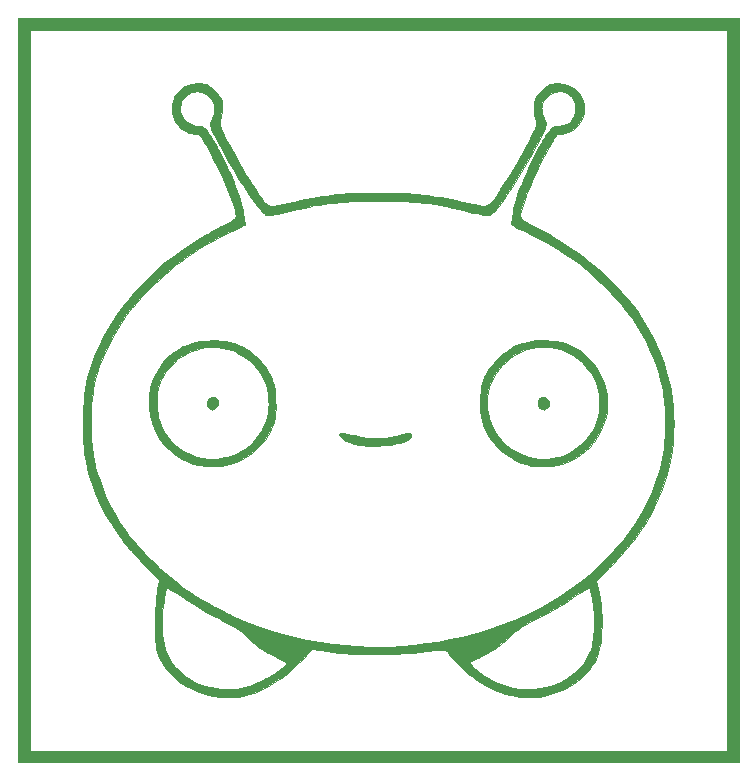
<source format=gto>
G04 #@! TF.GenerationSoftware,KiCad,Pcbnew,(5.1.2)-1*
G04 #@! TF.CreationDate,2019-05-29T22:54:16+01:00*
G04 #@! TF.ProjectId,noname,6e6f6e61-6d65-42e6-9b69-6361645f7063,rev?*
G04 #@! TF.SameCoordinates,Original*
G04 #@! TF.FileFunction,Legend,Top*
G04 #@! TF.FilePolarity,Positive*
%FSLAX46Y46*%
G04 Gerber Fmt 4.6, Leading zero omitted, Abs format (unit mm)*
G04 Created by KiCad (PCBNEW (5.1.2)-1) date 2019-05-29 22:54:16*
%MOMM*%
%LPD*%
G04 APERTURE LIST*
%ADD10C,0.010000*%
G04 APERTURE END LIST*
D10*
G36*
X30501167Y-31496000D02*
G01*
X-30501166Y-31496000D01*
X-30501166Y30501167D01*
X-29506333Y30501167D01*
X-29506333Y-30501166D01*
X29506334Y-30501166D01*
X29506334Y30501167D01*
X-29506333Y30501167D01*
X-30501166Y30501167D01*
X-30501166Y31496000D01*
X30501167Y31496000D01*
X30501167Y-31496000D01*
X30501167Y-31496000D01*
G37*
X30501167Y-31496000D02*
X-30501166Y-31496000D01*
X-30501166Y30501167D01*
X-29506333Y30501167D01*
X-29506333Y-30501166D01*
X29506334Y-30501166D01*
X29506334Y30501167D01*
X-29506333Y30501167D01*
X-30501166Y30501167D01*
X-30501166Y31496000D01*
X30501167Y31496000D01*
X30501167Y-31496000D01*
G36*
X-15102811Y25987618D02*
G01*
X-14943421Y25979373D01*
X-14803819Y25963912D01*
X-14678600Y25938325D01*
X-14562362Y25899701D01*
X-14449700Y25845129D01*
X-14335211Y25771698D01*
X-14213492Y25676499D01*
X-14079138Y25556621D01*
X-13926748Y25409152D01*
X-13809341Y25290894D01*
X-13669853Y25145938D01*
X-13558614Y25023083D01*
X-13471586Y24917053D01*
X-13404729Y24822572D01*
X-13354003Y24734365D01*
X-13315369Y24647154D01*
X-13314255Y24644236D01*
X-13276655Y24510864D01*
X-13250634Y24345115D01*
X-13235925Y24155255D01*
X-13232261Y23949549D01*
X-13239373Y23736261D01*
X-13256995Y23523658D01*
X-13284857Y23320004D01*
X-13322693Y23133563D01*
X-13368214Y22978267D01*
X-13408415Y22857327D01*
X-13434482Y22754522D01*
X-13445811Y22660885D01*
X-13441796Y22567448D01*
X-13421832Y22465244D01*
X-13385315Y22345307D01*
X-13331639Y22198668D01*
X-13312224Y22148448D01*
X-13250236Y21999789D01*
X-13167762Y21818591D01*
X-13066662Y21608269D01*
X-12948797Y21372239D01*
X-12816029Y21113916D01*
X-12670217Y20836716D01*
X-12513222Y20544053D01*
X-12346905Y20239344D01*
X-12173128Y19926004D01*
X-11993750Y19607447D01*
X-11810632Y19287090D01*
X-11625636Y18968348D01*
X-11440621Y18654636D01*
X-11257449Y18349369D01*
X-11117467Y18119998D01*
X-11047207Y18007556D01*
X-10960873Y17872263D01*
X-10861412Y17718518D01*
X-10751772Y17550718D01*
X-10634899Y17373263D01*
X-10513739Y17190549D01*
X-10391238Y17006976D01*
X-10270345Y16826941D01*
X-10154005Y16654843D01*
X-10045164Y16495080D01*
X-9946770Y16352050D01*
X-9861769Y16230152D01*
X-9793108Y16133784D01*
X-9743733Y16067343D01*
X-9734048Y16055054D01*
X-9592726Y15895858D01*
X-9453532Y15775638D01*
X-9310349Y15691847D01*
X-9157060Y15641937D01*
X-8987546Y15623362D01*
X-8795689Y15633574D01*
X-8739301Y15640931D01*
X-8678253Y15651394D01*
X-8581750Y15670022D01*
X-8455618Y15695598D01*
X-8305683Y15726904D01*
X-8137771Y15762724D01*
X-7957708Y15801839D01*
X-7771319Y15843032D01*
X-7757583Y15846096D01*
X-7177510Y15973547D01*
X-6634537Y16088521D01*
X-6125488Y16191568D01*
X-5647183Y16283234D01*
X-5196444Y16364070D01*
X-4770093Y16434621D01*
X-4364950Y16495438D01*
X-3977837Y16547068D01*
X-3605577Y16590059D01*
X-3244989Y16624960D01*
X-3238500Y16625525D01*
X-3052653Y16641193D01*
X-2877388Y16654829D01*
X-2706913Y16666701D01*
X-2535442Y16677078D01*
X-2357183Y16686228D01*
X-2166347Y16694420D01*
X-1957147Y16701923D01*
X-1723791Y16709004D01*
X-1460492Y16715934D01*
X-1161460Y16722980D01*
X-1116506Y16723989D01*
X-642439Y16732161D01*
X-162743Y16735794D01*
X317500Y16735023D01*
X793208Y16729982D01*
X1259299Y16720804D01*
X1710690Y16707623D01*
X2142300Y16690573D01*
X2549047Y16669789D01*
X2925848Y16645403D01*
X3267622Y16617550D01*
X3397250Y16605078D01*
X3750044Y16566588D01*
X4109286Y16521636D01*
X4478778Y16469550D01*
X4862321Y16409661D01*
X5263716Y16341295D01*
X5686764Y16263782D01*
X6135268Y16176450D01*
X6613027Y16078629D01*
X7123843Y15969647D01*
X7641167Y15855619D01*
X7832905Y15813119D01*
X8018085Y15772717D01*
X8191214Y15735565D01*
X8346799Y15702815D01*
X8479348Y15675619D01*
X8583368Y15655129D01*
X8653367Y15642497D01*
X8667750Y15640293D01*
X8868270Y15623661D01*
X9042842Y15635718D01*
X9198372Y15678461D01*
X9341769Y15753883D01*
X9479939Y15863981D01*
X9496538Y15879657D01*
X9546493Y15929202D01*
X9596119Y15982332D01*
X9647942Y16042500D01*
X9704490Y16113156D01*
X9768289Y16197751D01*
X9841868Y16299736D01*
X9927754Y16422563D01*
X10028473Y16569682D01*
X10146555Y16744545D01*
X10284525Y16950603D01*
X10322435Y17007417D01*
X11036714Y18114504D01*
X11711519Y19234441D01*
X12346263Y20366225D01*
X12837373Y21304250D01*
X12950318Y21528639D01*
X13044928Y21720406D01*
X13123208Y21884054D01*
X13187161Y22024089D01*
X13238792Y22145016D01*
X13280106Y22251338D01*
X13313106Y22347561D01*
X13336362Y22425658D01*
X13362123Y22531353D01*
X13373476Y22621235D01*
X13369634Y22708257D01*
X13349808Y22805370D01*
X13313210Y22925526D01*
X13304319Y22951959D01*
X13247672Y23144913D01*
X13207024Y23346619D01*
X13181409Y23565150D01*
X13169860Y23808580D01*
X13170946Y24066500D01*
X13177186Y24245774D01*
X13187746Y24390920D01*
X13204686Y24510085D01*
X13230063Y24611414D01*
X13265937Y24703054D01*
X13314366Y24793149D01*
X13377409Y24889846D01*
X13379960Y24893528D01*
X13446180Y24979439D01*
X13537782Y25084979D01*
X13647791Y25203260D01*
X13769231Y25327394D01*
X13895127Y25450493D01*
X14018505Y25565669D01*
X14132388Y25666034D01*
X14229801Y25744698D01*
X14273794Y25776195D01*
X14379399Y25842887D01*
X14476797Y25893802D01*
X14574389Y25930951D01*
X14680572Y25956344D01*
X14803748Y25971990D01*
X14952315Y25979900D01*
X15134167Y25982084D01*
X15331503Y25979544D01*
X15497257Y25970828D01*
X15641938Y25954287D01*
X15776055Y25928275D01*
X15910115Y25891143D01*
X16054627Y25841245D01*
X16070621Y25835278D01*
X16333133Y25715382D01*
X16574110Y25562298D01*
X16790331Y25379530D01*
X16978574Y25170584D01*
X17135616Y24938964D01*
X17258237Y24688175D01*
X17333201Y24461761D01*
X17393808Y24152376D01*
X17413301Y23847331D01*
X17392348Y23549126D01*
X17331617Y23260265D01*
X17231774Y22983249D01*
X17093488Y22720581D01*
X16917424Y22474763D01*
X16756228Y22298239D01*
X16536597Y22106000D01*
X16306929Y21954627D01*
X16065934Y21843562D01*
X15812324Y21772251D01*
X15544808Y21740138D01*
X15455427Y21738049D01*
X15340056Y21732458D01*
X15248374Y21712107D01*
X15167268Y21671241D01*
X15083627Y21604107D01*
X15028673Y21550749D01*
X14980737Y21499265D01*
X14930985Y21439286D01*
X14877984Y21368327D01*
X14820302Y21283905D01*
X14756508Y21183534D01*
X14685168Y21064731D01*
X14604851Y20925012D01*
X14514126Y20761892D01*
X14411559Y20572888D01*
X14295718Y20355514D01*
X14165172Y20107288D01*
X14018489Y19825724D01*
X13879881Y19558000D01*
X13705482Y19214660D01*
X13534137Y18866195D01*
X13366839Y18515175D01*
X13204582Y18164174D01*
X13048358Y17815760D01*
X12899160Y17472506D01*
X12757983Y17136983D01*
X12625819Y16811762D01*
X12503661Y16499415D01*
X12392502Y16202511D01*
X12293336Y15923624D01*
X12207156Y15665323D01*
X12134954Y15430180D01*
X12077725Y15220765D01*
X12036461Y15039652D01*
X12012155Y14889409D01*
X12005801Y14772610D01*
X12011005Y14719724D01*
X12042157Y14646526D01*
X12108065Y14561230D01*
X12204411Y14468027D01*
X12326874Y14371107D01*
X12467167Y14277115D01*
X12534013Y14237801D01*
X12632663Y14182636D01*
X12757122Y14114833D01*
X12901396Y14037607D01*
X13059491Y13954171D01*
X13225414Y13867740D01*
X13356167Y13800436D01*
X13625817Y13661738D01*
X13863813Y13537750D01*
X14076682Y13424899D01*
X14270952Y13319613D01*
X14453150Y13218318D01*
X14629804Y13117442D01*
X14807442Y13013413D01*
X14954250Y12925756D01*
X15669468Y12478760D01*
X16374106Y12005074D01*
X17064737Y11507633D01*
X17737935Y10989371D01*
X18390277Y10453222D01*
X19018335Y9902122D01*
X19618684Y9339004D01*
X20187899Y8766804D01*
X20722554Y8188456D01*
X21219223Y7606893D01*
X21345595Y7450667D01*
X21860635Y6773276D01*
X22338139Y6077061D01*
X22777777Y5362746D01*
X23179217Y4631055D01*
X23542128Y3882714D01*
X23866178Y3118446D01*
X24151035Y2338977D01*
X24396370Y1545031D01*
X24601850Y737333D01*
X24752296Y0D01*
X24856414Y-669317D01*
X24931858Y-1361294D01*
X24978287Y-2067134D01*
X24995357Y-2778039D01*
X24982724Y-3485213D01*
X24940048Y-4179857D01*
X24922667Y-4370916D01*
X24822567Y-5178642D01*
X24680912Y-5980110D01*
X24498204Y-6773906D01*
X24274941Y-7558611D01*
X24011626Y-8332809D01*
X23708760Y-9095085D01*
X23366842Y-9844021D01*
X22986375Y-10578201D01*
X22567857Y-11296208D01*
X22355945Y-11631083D01*
X22175105Y-11902513D01*
X21984442Y-12174417D01*
X21781757Y-12449398D01*
X21564850Y-12730061D01*
X21331523Y-13019010D01*
X21079575Y-13318848D01*
X20806808Y-13632179D01*
X20511022Y-13961608D01*
X20190019Y-14309738D01*
X19841599Y-14679173D01*
X19463562Y-15072516D01*
X19354641Y-15184687D01*
X19209890Y-15333645D01*
X19070922Y-15477028D01*
X18941211Y-15611223D01*
X18824234Y-15732616D01*
X18723467Y-15837595D01*
X18642386Y-15922546D01*
X18584469Y-15983857D01*
X18556210Y-16014503D01*
X18454003Y-16128799D01*
X18603808Y-16853858D01*
X18652010Y-17088395D01*
X18692279Y-17287743D01*
X18725667Y-17458085D01*
X18753222Y-17605600D01*
X18775997Y-17736469D01*
X18795043Y-17856874D01*
X18811409Y-17972994D01*
X18826146Y-18091012D01*
X18840306Y-18217108D01*
X18848093Y-18290835D01*
X18882282Y-18694326D01*
X18903277Y-19113207D01*
X18911353Y-19540373D01*
X18906786Y-19968720D01*
X18889854Y-20391142D01*
X18860831Y-20800535D01*
X18819995Y-21189794D01*
X18767622Y-21551814D01*
X18709514Y-21854583D01*
X18626427Y-22176546D01*
X18520820Y-22481427D01*
X18389126Y-22776757D01*
X18227776Y-23070067D01*
X18033201Y-23368885D01*
X17912973Y-23535304D01*
X17815529Y-23657784D01*
X17693608Y-23798283D01*
X17554821Y-23949033D01*
X17406782Y-24102267D01*
X17257100Y-24250218D01*
X17113390Y-24385118D01*
X16983262Y-24499200D01*
X16912167Y-24556514D01*
X16477280Y-24864971D01*
X16021218Y-25137144D01*
X15545639Y-25372397D01*
X15052198Y-25570093D01*
X14542553Y-25729598D01*
X14018360Y-25850275D01*
X13481276Y-25931490D01*
X13275976Y-25951718D01*
X13083486Y-25963359D01*
X12864722Y-25968853D01*
X12630601Y-25968505D01*
X12392042Y-25962616D01*
X12159962Y-25951489D01*
X11945279Y-25935425D01*
X11758911Y-25914728D01*
X11715750Y-25908520D01*
X11233769Y-25818086D01*
X10757347Y-25694020D01*
X10283515Y-25535119D01*
X9809300Y-25340178D01*
X9331731Y-25107995D01*
X8847836Y-24837367D01*
X8434917Y-24579849D01*
X8007990Y-24288593D01*
X7616782Y-23993692D01*
X7254733Y-23689284D01*
X6915287Y-23369503D01*
X6620114Y-23058254D01*
X7719295Y-23058254D01*
X7749523Y-23124853D01*
X7812279Y-23210305D01*
X7905855Y-23312850D01*
X8028545Y-23430730D01*
X8178641Y-23562187D01*
X8354438Y-23705461D01*
X8519584Y-23832801D01*
X8971031Y-24149442D01*
X9435549Y-24429371D01*
X9911122Y-24671953D01*
X10395738Y-24876551D01*
X10887380Y-25042530D01*
X11384036Y-25169252D01*
X11883689Y-25256082D01*
X12384327Y-25302383D01*
X12883934Y-25307519D01*
X13144500Y-25293571D01*
X13645910Y-25238312D01*
X14124346Y-25149681D01*
X14584418Y-25026421D01*
X15030737Y-24867273D01*
X15467911Y-24670980D01*
X15518132Y-24645804D01*
X15879550Y-24443842D01*
X16225156Y-24213473D01*
X16551779Y-23958140D01*
X16856250Y-23681287D01*
X17135399Y-23386359D01*
X17386056Y-23076798D01*
X17605052Y-22756049D01*
X17789216Y-22427554D01*
X17935378Y-22094759D01*
X17978752Y-21972552D01*
X18053742Y-21710198D01*
X18117398Y-21412563D01*
X18169585Y-21085190D01*
X18210166Y-20733622D01*
X18239009Y-20363403D01*
X18255976Y-19980076D01*
X18260935Y-19589185D01*
X18253749Y-19196274D01*
X18234284Y-18806885D01*
X18202404Y-18426562D01*
X18157976Y-18060849D01*
X18100864Y-17715290D01*
X18084411Y-17631833D01*
X18062392Y-17528352D01*
X18035579Y-17409174D01*
X18005667Y-17281117D01*
X17974352Y-17150996D01*
X17943331Y-17025628D01*
X17914297Y-16911831D01*
X17888946Y-16816422D01*
X17868975Y-16746217D01*
X17856079Y-16708033D01*
X17853503Y-16703447D01*
X17826668Y-16705701D01*
X17766213Y-16731153D01*
X17673422Y-16779044D01*
X17549579Y-16848616D01*
X17395966Y-16939110D01*
X17213867Y-17049769D01*
X17004566Y-17179835D01*
X16769346Y-17328548D01*
X16509491Y-17495151D01*
X16467667Y-17522155D01*
X16106619Y-17754285D01*
X15774445Y-17965148D01*
X15465527Y-18158021D01*
X15174247Y-18336180D01*
X14894988Y-18502903D01*
X14622130Y-18661468D01*
X14350058Y-18815152D01*
X14073153Y-18967232D01*
X13785798Y-19120985D01*
X13482374Y-19279689D01*
X13250334Y-19399102D01*
X12940541Y-19559707D01*
X12664504Y-19707898D01*
X12416840Y-19847396D01*
X12192166Y-19981921D01*
X11985099Y-20115191D01*
X11790255Y-20250928D01*
X11602252Y-20392851D01*
X11415706Y-20544679D01*
X11225236Y-20710132D01*
X11025457Y-20892931D01*
X10855434Y-21054043D01*
X10429369Y-21433937D01*
X9976362Y-21781814D01*
X9494527Y-22099119D01*
X9486199Y-22104182D01*
X9410091Y-22148074D01*
X9301891Y-22207167D01*
X9167657Y-22278316D01*
X9013448Y-22358376D01*
X8845323Y-22444203D01*
X8669341Y-22532650D01*
X8491561Y-22620574D01*
X8487997Y-22622321D01*
X8322413Y-22703846D01*
X8168798Y-22780195D01*
X8031305Y-22849249D01*
X7914091Y-22908889D01*
X7821313Y-22956995D01*
X7757124Y-22991449D01*
X7725681Y-23010131D01*
X7723300Y-23012266D01*
X7719295Y-23058254D01*
X6620114Y-23058254D01*
X6591885Y-23028488D01*
X6277972Y-22660373D01*
X6251130Y-22627166D01*
X6108635Y-22452604D01*
X5986724Y-22309670D01*
X5881588Y-22195394D01*
X5789419Y-22106803D01*
X5706411Y-22040925D01*
X5628754Y-21994790D01*
X5552642Y-21965425D01*
X5474267Y-21949858D01*
X5389821Y-21945118D01*
X5377257Y-21945150D01*
X5313594Y-21948601D01*
X5216971Y-21957548D01*
X5096262Y-21970991D01*
X4960338Y-21987931D01*
X4818072Y-22007369D01*
X4794250Y-22010798D01*
X4147577Y-22098204D01*
X3507319Y-22171469D01*
X2865242Y-22231206D01*
X2213111Y-22278027D01*
X1542693Y-22312545D01*
X845752Y-22335371D01*
X296334Y-22345239D01*
X-282666Y-22349119D01*
X-827365Y-22345905D01*
X-1345284Y-22335080D01*
X-1843941Y-22316126D01*
X-2330857Y-22288526D01*
X-2813552Y-22251762D01*
X-3299543Y-22205315D01*
X-3796351Y-22148669D01*
X-4311496Y-22081306D01*
X-4852497Y-22002707D01*
X-4994727Y-21980922D01*
X-5597371Y-21887737D01*
X-6040010Y-22347410D01*
X-6316455Y-22632730D01*
X-6568629Y-22889074D01*
X-6799880Y-23119550D01*
X-7013553Y-23327267D01*
X-7212997Y-23515333D01*
X-7401556Y-23686857D01*
X-7582578Y-23844947D01*
X-7759410Y-23992710D01*
X-7935399Y-24133257D01*
X-8091985Y-24253252D01*
X-8373306Y-24459491D01*
X-8638363Y-24641546D01*
X-8899119Y-24806782D01*
X-9167535Y-24962566D01*
X-9455574Y-25116262D01*
X-9662583Y-25220304D01*
X-10111748Y-25427105D01*
X-10550034Y-25598785D01*
X-10985761Y-25737952D01*
X-11427249Y-25847214D01*
X-11882820Y-25929180D01*
X-11959166Y-25940157D01*
X-12071707Y-25952348D01*
X-12216483Y-25962833D01*
X-12384524Y-25971426D01*
X-12566860Y-25977940D01*
X-12754521Y-25982190D01*
X-12938538Y-25983990D01*
X-13109940Y-25983153D01*
X-13259758Y-25979492D01*
X-13379021Y-25972823D01*
X-13407431Y-25970214D01*
X-13920810Y-25897273D01*
X-14432279Y-25785963D01*
X-14936143Y-25638214D01*
X-15426712Y-25455957D01*
X-15898291Y-25241123D01*
X-16345189Y-24995641D01*
X-16425050Y-24946808D01*
X-16838001Y-24667255D01*
X-17216334Y-24363525D01*
X-17560558Y-24035068D01*
X-17871182Y-23681335D01*
X-18148713Y-23301774D01*
X-18393662Y-22895836D01*
X-18486895Y-22717447D01*
X-18557162Y-22573923D01*
X-18618876Y-22439636D01*
X-18672581Y-22310830D01*
X-18718819Y-22183746D01*
X-18758135Y-22054628D01*
X-18791071Y-21919717D01*
X-18818171Y-21775257D01*
X-18839979Y-21617489D01*
X-18857037Y-21442656D01*
X-18869889Y-21247001D01*
X-18879079Y-21026766D01*
X-18885149Y-20778194D01*
X-18888643Y-20497527D01*
X-18890105Y-20181008D01*
X-18890189Y-19963787D01*
X-18331315Y-19963787D01*
X-18319002Y-20364971D01*
X-18291906Y-20739058D01*
X-18254771Y-21046476D01*
X-18169822Y-21492665D01*
X-18050227Y-21915349D01*
X-17895381Y-22315525D01*
X-17704681Y-22694193D01*
X-17477524Y-23052349D01*
X-17213307Y-23390991D01*
X-16911426Y-23711117D01*
X-16571279Y-24013726D01*
X-16361833Y-24177419D01*
X-15986222Y-24432414D01*
X-15583212Y-24657873D01*
X-15157169Y-24852239D01*
X-14712463Y-25013956D01*
X-14253462Y-25141469D01*
X-13784533Y-25233221D01*
X-13310046Y-25287656D01*
X-13230145Y-25293027D01*
X-13079141Y-25301813D01*
X-12959109Y-25307641D01*
X-12858794Y-25310526D01*
X-12766939Y-25310484D01*
X-12672288Y-25307527D01*
X-12563584Y-25301672D01*
X-12446000Y-25294040D01*
X-12047101Y-25256337D01*
X-11656485Y-25198226D01*
X-11281834Y-25121316D01*
X-10930831Y-25027214D01*
X-10611159Y-24917527D01*
X-10571491Y-24901882D01*
X-10373972Y-24818208D01*
X-10165706Y-24721809D01*
X-9949696Y-24614654D01*
X-9728949Y-24498716D01*
X-9506468Y-24375962D01*
X-9285257Y-24248364D01*
X-9068322Y-24117892D01*
X-8858666Y-23986517D01*
X-8659294Y-23856207D01*
X-8473211Y-23728935D01*
X-8303421Y-23606669D01*
X-8152929Y-23491380D01*
X-8024739Y-23385038D01*
X-7921855Y-23289614D01*
X-7847282Y-23207078D01*
X-7804025Y-23139399D01*
X-7795088Y-23088549D01*
X-7796921Y-23082422D01*
X-7826128Y-23047733D01*
X-7893314Y-22997149D01*
X-7998654Y-22930568D01*
X-8142324Y-22847890D01*
X-8324496Y-22749013D01*
X-8545345Y-22633837D01*
X-8752416Y-22528672D01*
X-8952447Y-22427817D01*
X-9120029Y-22342567D01*
X-9260698Y-22269835D01*
X-9379989Y-22206534D01*
X-9483437Y-22149577D01*
X-9576577Y-22095875D01*
X-9664944Y-22042343D01*
X-9754073Y-21985892D01*
X-9849499Y-21923436D01*
X-9911714Y-21882039D01*
X-10161789Y-21705732D01*
X-10417252Y-21506835D01*
X-10683144Y-21281190D01*
X-10964509Y-21024643D01*
X-11046368Y-20947072D01*
X-11303019Y-20709504D01*
X-11553648Y-20493931D01*
X-11804971Y-20295777D01*
X-12063704Y-20110471D01*
X-12336562Y-19933437D01*
X-12630262Y-19760103D01*
X-12951518Y-19585896D01*
X-13307048Y-19406241D01*
X-13313833Y-19402915D01*
X-13753989Y-19179566D01*
X-14222599Y-18927058D01*
X-14718238Y-18646219D01*
X-15239481Y-18337879D01*
X-15784902Y-18002867D01*
X-16353078Y-17642013D01*
X-16467666Y-17567885D01*
X-16749341Y-17386196D01*
X-17002766Y-17224931D01*
X-17227131Y-17084568D01*
X-17421628Y-16965588D01*
X-17585446Y-16868472D01*
X-17717777Y-16793698D01*
X-17817812Y-16741748D01*
X-17884741Y-16713100D01*
X-17917264Y-16708031D01*
X-17940550Y-16735732D01*
X-17968925Y-16799587D01*
X-18000713Y-16893964D01*
X-18034239Y-17013227D01*
X-18067826Y-17151744D01*
X-18099798Y-17303878D01*
X-18109150Y-17353093D01*
X-18180134Y-17779815D01*
X-18237879Y-18218596D01*
X-18282126Y-18662910D01*
X-18312620Y-19106230D01*
X-18329102Y-19542031D01*
X-18331315Y-19963787D01*
X-18890189Y-19963787D01*
X-18890203Y-19928416D01*
X-18888782Y-19512534D01*
X-18885070Y-19134911D01*
X-18878799Y-18791522D01*
X-18869701Y-18478340D01*
X-18857507Y-18191340D01*
X-18841951Y-17926495D01*
X-18822762Y-17679781D01*
X-18799674Y-17447171D01*
X-18772417Y-17224639D01*
X-18740724Y-17008160D01*
X-18704326Y-16793707D01*
X-18668900Y-16607044D01*
X-18568512Y-16100838D01*
X-19301913Y-15337044D01*
X-19584276Y-15042353D01*
X-19839454Y-14774550D01*
X-20070161Y-14530550D01*
X-20279109Y-14307270D01*
X-20469011Y-14101628D01*
X-20642581Y-13910538D01*
X-20802532Y-13730919D01*
X-20951577Y-13559685D01*
X-21092428Y-13393755D01*
X-21227799Y-13230045D01*
X-21360403Y-13065470D01*
X-21492952Y-12896948D01*
X-21628161Y-12721395D01*
X-21768742Y-12535728D01*
X-21780499Y-12520083D01*
X-22239802Y-11883912D01*
X-22659413Y-11250248D01*
X-23041418Y-10614774D01*
X-23387907Y-9973175D01*
X-23700965Y-9321137D01*
X-23982681Y-8654342D01*
X-24235142Y-7968477D01*
X-24460436Y-7259226D01*
X-24637281Y-6614661D01*
X-24695382Y-6382307D01*
X-24746796Y-6164416D01*
X-24791917Y-5956810D01*
X-24831142Y-5755309D01*
X-24864864Y-5555737D01*
X-24893479Y-5353913D01*
X-24917380Y-5145660D01*
X-24936964Y-4926800D01*
X-24952625Y-4693152D01*
X-24964758Y-4440540D01*
X-24973757Y-4164784D01*
X-24980018Y-3861706D01*
X-24983935Y-3527128D01*
X-24985903Y-3156870D01*
X-24986310Y-2921000D01*
X-24986294Y-2762250D01*
X-24346965Y-2762250D01*
X-24344691Y-3189561D01*
X-24336922Y-3582392D01*
X-24323205Y-3948297D01*
X-24303085Y-4294826D01*
X-24276110Y-4629533D01*
X-24241826Y-4959970D01*
X-24199780Y-5293689D01*
X-24191285Y-5355166D01*
X-24155413Y-5592847D01*
X-24115162Y-5820833D01*
X-24068782Y-6046090D01*
X-24014527Y-6275582D01*
X-23950647Y-6516272D01*
X-23875396Y-6775127D01*
X-23787023Y-7059110D01*
X-23685540Y-7369899D01*
X-23410978Y-8141336D01*
X-23109755Y-8882971D01*
X-22779604Y-9599600D01*
X-22418257Y-10296019D01*
X-22023448Y-10977023D01*
X-21846425Y-11260666D01*
X-21626492Y-11588750D01*
X-21373539Y-11935777D01*
X-21090647Y-12298586D01*
X-20780900Y-12674015D01*
X-20447380Y-13058903D01*
X-20093171Y-13450087D01*
X-19721354Y-13844408D01*
X-19335014Y-14238702D01*
X-18937233Y-14629808D01*
X-18531093Y-15014565D01*
X-18119678Y-15389811D01*
X-17706069Y-15752384D01*
X-17293351Y-16099124D01*
X-16884606Y-16426868D01*
X-16585286Y-16656225D01*
X-16278079Y-16879138D01*
X-15940458Y-17109541D01*
X-15570666Y-17348529D01*
X-15166945Y-17597196D01*
X-14727538Y-17856636D01*
X-14250688Y-18127944D01*
X-13987516Y-18273984D01*
X-13897253Y-18322271D01*
X-13775306Y-18385441D01*
X-13628247Y-18460250D01*
X-13462650Y-18543452D01*
X-13285086Y-18631805D01*
X-13102128Y-18722063D01*
X-12920347Y-18810983D01*
X-12746317Y-18895319D01*
X-12586610Y-18971829D01*
X-12447798Y-19037266D01*
X-12350750Y-19081939D01*
X-11336811Y-19517729D01*
X-10305535Y-19915144D01*
X-9258050Y-20273906D01*
X-8195484Y-20593733D01*
X-7118964Y-20874347D01*
X-6029620Y-21115468D01*
X-4928578Y-21316815D01*
X-3816966Y-21478108D01*
X-2695913Y-21599068D01*
X-1984203Y-21654511D01*
X-1540917Y-21679441D01*
X-1070230Y-21697668D01*
X-585179Y-21709010D01*
X-98796Y-21713287D01*
X375884Y-21710318D01*
X825827Y-21699919D01*
X952500Y-21695384D01*
X1979304Y-21638488D01*
X3006029Y-21548287D01*
X4029401Y-21425504D01*
X5046148Y-21270861D01*
X6052996Y-21085082D01*
X7046673Y-20868890D01*
X8023906Y-20623007D01*
X8981421Y-20348158D01*
X9915947Y-20045064D01*
X10824210Y-19714449D01*
X11702936Y-19357037D01*
X11874500Y-19282555D01*
X12801747Y-18853617D01*
X13701423Y-18392633D01*
X14574056Y-17899217D01*
X15420177Y-17372985D01*
X16240312Y-16813554D01*
X17034991Y-16220539D01*
X17804743Y-15593556D01*
X18550095Y-14932221D01*
X19271577Y-14236149D01*
X19969717Y-13504957D01*
X20247122Y-13197416D01*
X20761789Y-12594334D01*
X21236623Y-11988917D01*
X21673734Y-11377317D01*
X22075233Y-10755685D01*
X22443230Y-10120172D01*
X22779835Y-9466928D01*
X23087159Y-8792105D01*
X23367312Y-8091853D01*
X23622404Y-7362324D01*
X23843898Y-6637083D01*
X23950148Y-6230157D01*
X24040770Y-5806897D01*
X24116092Y-5364103D01*
X24176441Y-4898578D01*
X24222145Y-4407123D01*
X24253530Y-3886538D01*
X24270923Y-3333627D01*
X24274653Y-2745189D01*
X24271777Y-2455333D01*
X24261144Y-1973147D01*
X24243598Y-1527720D01*
X24218456Y-1113938D01*
X24185031Y-726687D01*
X24142640Y-360855D01*
X24090597Y-11326D01*
X24028218Y327013D01*
X23954817Y659276D01*
X23869711Y990576D01*
X23772213Y1326028D01*
X23760130Y1365250D01*
X23514921Y2104554D01*
X23245000Y2817326D01*
X22948549Y3506621D01*
X22623749Y4175490D01*
X22268780Y4826989D01*
X21881825Y5464169D01*
X21461064Y6090084D01*
X21004679Y6707788D01*
X20510851Y7320333D01*
X19977761Y7930773D01*
X19618229Y8318500D01*
X19010304Y8935231D01*
X18374380Y9533099D01*
X17715731Y10107733D01*
X17039633Y10654763D01*
X16351360Y11169817D01*
X15656185Y11648525D01*
X15398750Y11815259D01*
X15181453Y11952357D01*
X14971299Y12082216D01*
X14764099Y12207132D01*
X14555661Y12329398D01*
X14341795Y12451312D01*
X14118309Y12575166D01*
X13881014Y12703257D01*
X13625718Y12837881D01*
X13348231Y12981331D01*
X13044362Y13135903D01*
X12709919Y13303892D01*
X12387792Y13464247D01*
X12139738Y13587574D01*
X11927482Y13693720D01*
X11748702Y13783917D01*
X11601079Y13859396D01*
X11482288Y13921388D01*
X11390010Y13971123D01*
X11321923Y14009833D01*
X11275704Y14038749D01*
X11249033Y14059101D01*
X11239587Y14072122D01*
X11239500Y14073147D01*
X11242666Y14110936D01*
X11251476Y14183576D01*
X11264897Y14284114D01*
X11281897Y14405597D01*
X11301445Y14541073D01*
X11322507Y14683588D01*
X11344052Y14826191D01*
X11365047Y14961928D01*
X11384460Y15083847D01*
X11401260Y15184995D01*
X11414413Y15258419D01*
X11418502Y15278849D01*
X11512358Y15675593D01*
X11631542Y16100876D01*
X11774335Y16550667D01*
X11939019Y17020938D01*
X12123876Y17507660D01*
X12327188Y18006803D01*
X12547237Y18514338D01*
X12782305Y19026236D01*
X13030673Y19538467D01*
X13290624Y20047002D01*
X13560438Y20547813D01*
X13838399Y21036869D01*
X13965261Y21251334D01*
X14101374Y21476328D01*
X14220005Y21667124D01*
X14323582Y21826884D01*
X14414531Y21958771D01*
X14495279Y22065947D01*
X14568255Y22151574D01*
X14635883Y22218814D01*
X14700593Y22270829D01*
X14764810Y22310781D01*
X14787301Y22322344D01*
X14841881Y22346643D01*
X14896692Y22364209D01*
X14961771Y22376898D01*
X15047154Y22386566D01*
X15162877Y22395068D01*
X15189638Y22396736D01*
X15382844Y22412638D01*
X15544433Y22435854D01*
X15684821Y22468671D01*
X15814425Y22513375D01*
X15906750Y22554130D01*
X16109911Y22674150D01*
X16287333Y22826336D01*
X16436399Y23007390D01*
X16554490Y23214016D01*
X16638988Y23442917D01*
X16651955Y23492426D01*
X16672905Y23616151D01*
X16684142Y23765986D01*
X16685701Y23926849D01*
X16677617Y24083653D01*
X16659924Y24221314D01*
X16650178Y24267584D01*
X16574188Y24497246D01*
X16464744Y24705211D01*
X16324955Y24888307D01*
X16157930Y25043363D01*
X15966776Y25167211D01*
X15754602Y25256678D01*
X15652750Y25284958D01*
X15509290Y25306445D01*
X15344025Y25311716D01*
X15173777Y25301540D01*
X15015366Y25276684D01*
X14922500Y25251625D01*
X14690003Y25154857D01*
X14473412Y25027351D01*
X14279189Y24874092D01*
X14113796Y24700062D01*
X14002060Y24541784D01*
X13896998Y24328737D01*
X13833404Y24107219D01*
X13811186Y23876793D01*
X13822152Y23693520D01*
X13845299Y23548338D01*
X13879434Y23408386D01*
X13928057Y23262713D01*
X13994666Y23100366D01*
X14051286Y22976417D01*
X14100802Y22869502D01*
X14134435Y22790285D01*
X14155209Y22728586D01*
X14166148Y22674225D01*
X14170276Y22617024D01*
X14170739Y22574250D01*
X14167816Y22500872D01*
X14158024Y22426313D01*
X14139595Y22345822D01*
X14110763Y22254643D01*
X14069762Y22148025D01*
X14014824Y22021213D01*
X13944183Y21869455D01*
X13856071Y21687996D01*
X13797045Y21568834D01*
X13575970Y21132287D01*
X13344345Y20689025D01*
X13103947Y20241905D01*
X12856553Y19793784D01*
X12603939Y19347517D01*
X12347883Y18905961D01*
X12090160Y18471974D01*
X11832549Y18048411D01*
X11576825Y17638129D01*
X11324765Y17243986D01*
X11078147Y16868837D01*
X10838747Y16515539D01*
X10608341Y16186949D01*
X10388706Y15885923D01*
X10181620Y15615318D01*
X9988859Y15377991D01*
X9840697Y15207973D01*
X9718959Y15079490D01*
X9607841Y14973779D01*
X9511033Y14893942D01*
X9432223Y14843079D01*
X9385797Y14825550D01*
X9300638Y14819299D01*
X9178542Y14825674D01*
X9019082Y14844756D01*
X8821831Y14876622D01*
X8586362Y14921353D01*
X8312249Y14979028D01*
X7999065Y15049727D01*
X7646383Y15133528D01*
X7387167Y15197196D01*
X6812303Y15336556D01*
X6269951Y15460464D01*
X5753590Y15569861D01*
X5256702Y15665686D01*
X4772768Y15748882D01*
X4295267Y15820389D01*
X3817681Y15881148D01*
X3333491Y15932099D01*
X2836177Y15974184D01*
X2319219Y16008343D01*
X1776100Y16035517D01*
X1502834Y16046406D01*
X1310690Y16052126D01*
X1085438Y16056505D01*
X832560Y16059591D01*
X557537Y16061428D01*
X265849Y16062062D01*
X-37023Y16061539D01*
X-345598Y16059905D01*
X-654394Y16057205D01*
X-957930Y16053485D01*
X-1250727Y16048790D01*
X-1527302Y16043167D01*
X-1782175Y16036662D01*
X-2009864Y16029318D01*
X-2204890Y16021183D01*
X-2328333Y16014472D01*
X-2814934Y15981385D01*
X-3276060Y15943689D01*
X-3718007Y15900377D01*
X-4147068Y15850440D01*
X-4569536Y15792868D01*
X-4991706Y15726653D01*
X-5419872Y15650785D01*
X-5860327Y15564257D01*
X-6319366Y15466059D01*
X-6803282Y15355181D01*
X-7318369Y15230617D01*
X-7498992Y15185651D01*
X-7882470Y15091591D01*
X-8226065Y15011576D01*
X-8529827Y14945598D01*
X-8793807Y14893648D01*
X-9018053Y14855717D01*
X-9202617Y14831796D01*
X-9347547Y14821878D01*
X-9452895Y14825953D01*
X-9508092Y14839031D01*
X-9559279Y14870552D01*
X-9631872Y14930233D01*
X-9720953Y15013077D01*
X-9821606Y15114088D01*
X-9928915Y15228271D01*
X-10037963Y15350630D01*
X-10143833Y15476168D01*
X-10183869Y15525750D01*
X-10419472Y15830859D01*
X-10668969Y16171472D01*
X-10930138Y16543946D01*
X-11200757Y16944639D01*
X-11478606Y17369908D01*
X-11761463Y17816111D01*
X-12047107Y18279606D01*
X-12333316Y18756750D01*
X-12617870Y19243901D01*
X-12898546Y19737415D01*
X-13173124Y20233652D01*
X-13439381Y20728968D01*
X-13695098Y21219720D01*
X-13883165Y21591689D01*
X-13989459Y21807501D01*
X-14076060Y21991235D01*
X-14143781Y22147848D01*
X-14193436Y22282299D01*
X-14225837Y22399544D01*
X-14241799Y22504541D01*
X-14242133Y22602248D01*
X-14227653Y22697623D01*
X-14199172Y22795621D01*
X-14157503Y22901203D01*
X-14113749Y22997584D01*
X-14063112Y23110202D01*
X-14014847Y23226459D01*
X-13974572Y23332288D01*
X-13948837Y23410334D01*
X-13915240Y23564011D01*
X-13895269Y23733768D01*
X-13889585Y23904802D01*
X-13898846Y24062307D01*
X-13915457Y24160383D01*
X-13987946Y24377310D01*
X-14098770Y24581635D01*
X-14244922Y24769882D01*
X-14423400Y24938570D01*
X-14631197Y25084220D01*
X-14784916Y25166989D01*
X-14922088Y25229506D01*
X-15037046Y25272512D01*
X-15143251Y25299285D01*
X-15254165Y25313103D01*
X-15383251Y25317245D01*
X-15401917Y25317244D01*
X-15628994Y25295808D01*
X-15848249Y25232825D01*
X-16059469Y25128394D01*
X-16262441Y24982612D01*
X-16393986Y24861578D01*
X-16550339Y24679728D01*
X-16666450Y24487542D01*
X-16743912Y24281153D01*
X-16784317Y24056696D01*
X-16791460Y23897167D01*
X-16783249Y23726912D01*
X-16757090Y23571622D01*
X-16709385Y23416813D01*
X-16636538Y23248002D01*
X-16623633Y23221418D01*
X-16567410Y23114475D01*
X-16510843Y23026681D01*
X-16442933Y22942858D01*
X-16353780Y22848925D01*
X-16199929Y22709343D01*
X-16042268Y22599402D01*
X-15873440Y22516062D01*
X-15686085Y22456283D01*
X-15472845Y22417023D01*
X-15260395Y22397185D01*
X-15109160Y22385173D01*
X-14991058Y22367804D01*
X-14896933Y22341689D01*
X-14817631Y22303436D01*
X-14743998Y22249655D01*
X-14667502Y22177589D01*
X-14593261Y22092843D01*
X-14502080Y21972889D01*
X-14395724Y21820500D01*
X-14275956Y21638445D01*
X-14144541Y21429494D01*
X-14003243Y21196419D01*
X-13853825Y20941991D01*
X-13698051Y20668979D01*
X-13633045Y20552834D01*
X-13551460Y20402905D01*
X-13455897Y20221667D01*
X-13349935Y20016335D01*
X-13237149Y19794122D01*
X-13121117Y19562241D01*
X-13005416Y19327907D01*
X-12893623Y19098332D01*
X-12789316Y18880731D01*
X-12696071Y18682317D01*
X-12617465Y18510304D01*
X-12593925Y18457334D01*
X-12419525Y18051021D01*
X-12253801Y17644662D01*
X-12098414Y17243041D01*
X-11955026Y16850942D01*
X-11825300Y16473149D01*
X-11710897Y16114445D01*
X-11613480Y15779614D01*
X-11534711Y15473441D01*
X-11494475Y15292917D01*
X-11481452Y15224344D01*
X-11464893Y15128515D01*
X-11445723Y15011662D01*
X-11424867Y14880018D01*
X-11403252Y14739816D01*
X-11381804Y14597288D01*
X-11361448Y14458667D01*
X-11343111Y14330185D01*
X-11327717Y14218076D01*
X-11316193Y14128571D01*
X-11309465Y14067903D01*
X-11308458Y14042305D01*
X-11308650Y14041961D01*
X-11328120Y14031727D01*
X-11382148Y14004295D01*
X-11467399Y13961337D01*
X-11580537Y13904526D01*
X-11718225Y13835532D01*
X-11877127Y13756027D01*
X-12053908Y13667685D01*
X-12245230Y13572175D01*
X-12425271Y13482381D01*
X-12807666Y13291042D01*
X-13155475Y13115378D01*
X-13472517Y12953254D01*
X-13762609Y12802532D01*
X-14029569Y12661075D01*
X-14277214Y12526745D01*
X-14509363Y12397407D01*
X-14729832Y12270922D01*
X-14942440Y12145153D01*
X-15151004Y12017964D01*
X-15359342Y11887216D01*
X-15571271Y11750774D01*
X-15790610Y11606500D01*
X-15866253Y11556150D01*
X-16337243Y11233617D01*
X-16788639Y10907125D01*
X-17226302Y10571805D01*
X-17656091Y10222784D01*
X-18083867Y9855192D01*
X-18515491Y9464157D01*
X-18956823Y9044809D01*
X-19326012Y8680468D01*
X-19602616Y8400377D01*
X-19852821Y8140497D01*
X-20082816Y7894016D01*
X-20298788Y7654123D01*
X-20506925Y7414005D01*
X-20713414Y7166851D01*
X-20821637Y7033975D01*
X-21331405Y6372527D01*
X-21802137Y5697783D01*
X-22234910Y5007651D01*
X-22630799Y4300041D01*
X-22990880Y3572862D01*
X-23316231Y2824022D01*
X-23607926Y2051431D01*
X-23867044Y1252997D01*
X-23957320Y941917D01*
X-24051023Y573592D01*
X-24131341Y181931D01*
X-24198541Y-235570D01*
X-24252884Y-681418D01*
X-24294635Y-1158119D01*
X-24324057Y-1668179D01*
X-24341414Y-2214103D01*
X-24346965Y-2762250D01*
X-24986294Y-2762250D01*
X-24986276Y-2602000D01*
X-24985593Y-2320598D01*
X-24984080Y-2072057D01*
X-24981554Y-1851643D01*
X-24977834Y-1654622D01*
X-24972737Y-1476260D01*
X-24966083Y-1311822D01*
X-24957688Y-1156574D01*
X-24947372Y-1005781D01*
X-24934952Y-854709D01*
X-24920246Y-698622D01*
X-24903073Y-532788D01*
X-24889973Y-412750D01*
X-24824647Y89752D01*
X-24740636Y581200D01*
X-24636459Y1066267D01*
X-24510634Y1549623D01*
X-24361678Y2035942D01*
X-24188109Y2529894D01*
X-23988446Y3036152D01*
X-23761206Y3559386D01*
X-23504908Y4104270D01*
X-23371449Y4374236D01*
X-23000135Y5070195D01*
X-22588410Y5759164D01*
X-22137849Y6439570D01*
X-21650026Y7109841D01*
X-21126518Y7768404D01*
X-20568897Y8413687D01*
X-19978739Y9044117D01*
X-19357618Y9658122D01*
X-18707109Y10254128D01*
X-18028787Y10830563D01*
X-17324227Y11385855D01*
X-16595002Y11918430D01*
X-15842688Y12426717D01*
X-15068860Y12909143D01*
X-14488583Y13245597D01*
X-14432067Y13276396D01*
X-14343016Y13323714D01*
X-14226614Y13384851D01*
X-14088043Y13457106D01*
X-13932488Y13537777D01*
X-13765133Y13624164D01*
X-13591160Y13713567D01*
X-13546666Y13736366D01*
X-13284221Y13871591D01*
X-13057142Y13990565D01*
X-12862509Y14095099D01*
X-12697400Y14187005D01*
X-12558897Y14268093D01*
X-12444077Y14340175D01*
X-12350022Y14405062D01*
X-12273809Y14464566D01*
X-12212519Y14520496D01*
X-12163231Y14574665D01*
X-12134629Y14612052D01*
X-12101770Y14676666D01*
X-12085318Y14758454D01*
X-12085455Y14862214D01*
X-12102362Y14992744D01*
X-12136221Y15154842D01*
X-12158576Y15245384D01*
X-12241428Y15541267D01*
X-12346139Y15869357D01*
X-12471359Y16226455D01*
X-12615737Y16609366D01*
X-12777922Y17014892D01*
X-12956564Y17439835D01*
X-13150312Y17880998D01*
X-13357816Y18335185D01*
X-13577725Y18799197D01*
X-13808689Y19269838D01*
X-14049356Y19743910D01*
X-14101079Y19843750D01*
X-14258806Y20145994D01*
X-14399361Y20412611D01*
X-14524229Y20645978D01*
X-14634895Y20848468D01*
X-14732843Y21022458D01*
X-14819559Y21170321D01*
X-14896527Y21294433D01*
X-14965233Y21397168D01*
X-15027161Y21480901D01*
X-15083796Y21548007D01*
X-15136623Y21600861D01*
X-15187126Y21641838D01*
X-15236791Y21673313D01*
X-15249139Y21679917D01*
X-15301981Y21701729D01*
X-15369435Y21718040D01*
X-15460533Y21730454D01*
X-15584307Y21740576D01*
X-15594246Y21741228D01*
X-15770714Y21756485D01*
X-15918392Y21779126D01*
X-16050630Y21812451D01*
X-16180775Y21859758D01*
X-16308916Y21917876D01*
X-16549355Y22057790D01*
X-16769595Y22232755D01*
X-16966811Y22439215D01*
X-17138177Y22673618D01*
X-17280868Y22932407D01*
X-17392058Y23212029D01*
X-17425172Y23321954D01*
X-17442374Y23390853D01*
X-17454655Y23459176D01*
X-17462785Y23536091D01*
X-17467538Y23630766D01*
X-17469685Y23752369D01*
X-17470050Y23854834D01*
X-17469474Y23995726D01*
X-17467057Y24104144D01*
X-17461865Y24189938D01*
X-17452965Y24262956D01*
X-17439426Y24333049D01*
X-17420312Y24410065D01*
X-17415898Y24426577D01*
X-17318258Y24713606D01*
X-17187585Y24974710D01*
X-17025108Y25208830D01*
X-16832053Y25414904D01*
X-16609649Y25591873D01*
X-16359124Y25738678D01*
X-16081706Y25854259D01*
X-15778623Y25937555D01*
X-15634226Y25964218D01*
X-15503724Y25980757D01*
X-15365685Y25989210D01*
X-15206740Y25990165D01*
X-15102811Y25987618D01*
X-15102811Y25987618D01*
G37*
X-15102811Y25987618D02*
X-14943421Y25979373D01*
X-14803819Y25963912D01*
X-14678600Y25938325D01*
X-14562362Y25899701D01*
X-14449700Y25845129D01*
X-14335211Y25771698D01*
X-14213492Y25676499D01*
X-14079138Y25556621D01*
X-13926748Y25409152D01*
X-13809341Y25290894D01*
X-13669853Y25145938D01*
X-13558614Y25023083D01*
X-13471586Y24917053D01*
X-13404729Y24822572D01*
X-13354003Y24734365D01*
X-13315369Y24647154D01*
X-13314255Y24644236D01*
X-13276655Y24510864D01*
X-13250634Y24345115D01*
X-13235925Y24155255D01*
X-13232261Y23949549D01*
X-13239373Y23736261D01*
X-13256995Y23523658D01*
X-13284857Y23320004D01*
X-13322693Y23133563D01*
X-13368214Y22978267D01*
X-13408415Y22857327D01*
X-13434482Y22754522D01*
X-13445811Y22660885D01*
X-13441796Y22567448D01*
X-13421832Y22465244D01*
X-13385315Y22345307D01*
X-13331639Y22198668D01*
X-13312224Y22148448D01*
X-13250236Y21999789D01*
X-13167762Y21818591D01*
X-13066662Y21608269D01*
X-12948797Y21372239D01*
X-12816029Y21113916D01*
X-12670217Y20836716D01*
X-12513222Y20544053D01*
X-12346905Y20239344D01*
X-12173128Y19926004D01*
X-11993750Y19607447D01*
X-11810632Y19287090D01*
X-11625636Y18968348D01*
X-11440621Y18654636D01*
X-11257449Y18349369D01*
X-11117467Y18119998D01*
X-11047207Y18007556D01*
X-10960873Y17872263D01*
X-10861412Y17718518D01*
X-10751772Y17550718D01*
X-10634899Y17373263D01*
X-10513739Y17190549D01*
X-10391238Y17006976D01*
X-10270345Y16826941D01*
X-10154005Y16654843D01*
X-10045164Y16495080D01*
X-9946770Y16352050D01*
X-9861769Y16230152D01*
X-9793108Y16133784D01*
X-9743733Y16067343D01*
X-9734048Y16055054D01*
X-9592726Y15895858D01*
X-9453532Y15775638D01*
X-9310349Y15691847D01*
X-9157060Y15641937D01*
X-8987546Y15623362D01*
X-8795689Y15633574D01*
X-8739301Y15640931D01*
X-8678253Y15651394D01*
X-8581750Y15670022D01*
X-8455618Y15695598D01*
X-8305683Y15726904D01*
X-8137771Y15762724D01*
X-7957708Y15801839D01*
X-7771319Y15843032D01*
X-7757583Y15846096D01*
X-7177510Y15973547D01*
X-6634537Y16088521D01*
X-6125488Y16191568D01*
X-5647183Y16283234D01*
X-5196444Y16364070D01*
X-4770093Y16434621D01*
X-4364950Y16495438D01*
X-3977837Y16547068D01*
X-3605577Y16590059D01*
X-3244989Y16624960D01*
X-3238500Y16625525D01*
X-3052653Y16641193D01*
X-2877388Y16654829D01*
X-2706913Y16666701D01*
X-2535442Y16677078D01*
X-2357183Y16686228D01*
X-2166347Y16694420D01*
X-1957147Y16701923D01*
X-1723791Y16709004D01*
X-1460492Y16715934D01*
X-1161460Y16722980D01*
X-1116506Y16723989D01*
X-642439Y16732161D01*
X-162743Y16735794D01*
X317500Y16735023D01*
X793208Y16729982D01*
X1259299Y16720804D01*
X1710690Y16707623D01*
X2142300Y16690573D01*
X2549047Y16669789D01*
X2925848Y16645403D01*
X3267622Y16617550D01*
X3397250Y16605078D01*
X3750044Y16566588D01*
X4109286Y16521636D01*
X4478778Y16469550D01*
X4862321Y16409661D01*
X5263716Y16341295D01*
X5686764Y16263782D01*
X6135268Y16176450D01*
X6613027Y16078629D01*
X7123843Y15969647D01*
X7641167Y15855619D01*
X7832905Y15813119D01*
X8018085Y15772717D01*
X8191214Y15735565D01*
X8346799Y15702815D01*
X8479348Y15675619D01*
X8583368Y15655129D01*
X8653367Y15642497D01*
X8667750Y15640293D01*
X8868270Y15623661D01*
X9042842Y15635718D01*
X9198372Y15678461D01*
X9341769Y15753883D01*
X9479939Y15863981D01*
X9496538Y15879657D01*
X9546493Y15929202D01*
X9596119Y15982332D01*
X9647942Y16042500D01*
X9704490Y16113156D01*
X9768289Y16197751D01*
X9841868Y16299736D01*
X9927754Y16422563D01*
X10028473Y16569682D01*
X10146555Y16744545D01*
X10284525Y16950603D01*
X10322435Y17007417D01*
X11036714Y18114504D01*
X11711519Y19234441D01*
X12346263Y20366225D01*
X12837373Y21304250D01*
X12950318Y21528639D01*
X13044928Y21720406D01*
X13123208Y21884054D01*
X13187161Y22024089D01*
X13238792Y22145016D01*
X13280106Y22251338D01*
X13313106Y22347561D01*
X13336362Y22425658D01*
X13362123Y22531353D01*
X13373476Y22621235D01*
X13369634Y22708257D01*
X13349808Y22805370D01*
X13313210Y22925526D01*
X13304319Y22951959D01*
X13247672Y23144913D01*
X13207024Y23346619D01*
X13181409Y23565150D01*
X13169860Y23808580D01*
X13170946Y24066500D01*
X13177186Y24245774D01*
X13187746Y24390920D01*
X13204686Y24510085D01*
X13230063Y24611414D01*
X13265937Y24703054D01*
X13314366Y24793149D01*
X13377409Y24889846D01*
X13379960Y24893528D01*
X13446180Y24979439D01*
X13537782Y25084979D01*
X13647791Y25203260D01*
X13769231Y25327394D01*
X13895127Y25450493D01*
X14018505Y25565669D01*
X14132388Y25666034D01*
X14229801Y25744698D01*
X14273794Y25776195D01*
X14379399Y25842887D01*
X14476797Y25893802D01*
X14574389Y25930951D01*
X14680572Y25956344D01*
X14803748Y25971990D01*
X14952315Y25979900D01*
X15134167Y25982084D01*
X15331503Y25979544D01*
X15497257Y25970828D01*
X15641938Y25954287D01*
X15776055Y25928275D01*
X15910115Y25891143D01*
X16054627Y25841245D01*
X16070621Y25835278D01*
X16333133Y25715382D01*
X16574110Y25562298D01*
X16790331Y25379530D01*
X16978574Y25170584D01*
X17135616Y24938964D01*
X17258237Y24688175D01*
X17333201Y24461761D01*
X17393808Y24152376D01*
X17413301Y23847331D01*
X17392348Y23549126D01*
X17331617Y23260265D01*
X17231774Y22983249D01*
X17093488Y22720581D01*
X16917424Y22474763D01*
X16756228Y22298239D01*
X16536597Y22106000D01*
X16306929Y21954627D01*
X16065934Y21843562D01*
X15812324Y21772251D01*
X15544808Y21740138D01*
X15455427Y21738049D01*
X15340056Y21732458D01*
X15248374Y21712107D01*
X15167268Y21671241D01*
X15083627Y21604107D01*
X15028673Y21550749D01*
X14980737Y21499265D01*
X14930985Y21439286D01*
X14877984Y21368327D01*
X14820302Y21283905D01*
X14756508Y21183534D01*
X14685168Y21064731D01*
X14604851Y20925012D01*
X14514126Y20761892D01*
X14411559Y20572888D01*
X14295718Y20355514D01*
X14165172Y20107288D01*
X14018489Y19825724D01*
X13879881Y19558000D01*
X13705482Y19214660D01*
X13534137Y18866195D01*
X13366839Y18515175D01*
X13204582Y18164174D01*
X13048358Y17815760D01*
X12899160Y17472506D01*
X12757983Y17136983D01*
X12625819Y16811762D01*
X12503661Y16499415D01*
X12392502Y16202511D01*
X12293336Y15923624D01*
X12207156Y15665323D01*
X12134954Y15430180D01*
X12077725Y15220765D01*
X12036461Y15039652D01*
X12012155Y14889409D01*
X12005801Y14772610D01*
X12011005Y14719724D01*
X12042157Y14646526D01*
X12108065Y14561230D01*
X12204411Y14468027D01*
X12326874Y14371107D01*
X12467167Y14277115D01*
X12534013Y14237801D01*
X12632663Y14182636D01*
X12757122Y14114833D01*
X12901396Y14037607D01*
X13059491Y13954171D01*
X13225414Y13867740D01*
X13356167Y13800436D01*
X13625817Y13661738D01*
X13863813Y13537750D01*
X14076682Y13424899D01*
X14270952Y13319613D01*
X14453150Y13218318D01*
X14629804Y13117442D01*
X14807442Y13013413D01*
X14954250Y12925756D01*
X15669468Y12478760D01*
X16374106Y12005074D01*
X17064737Y11507633D01*
X17737935Y10989371D01*
X18390277Y10453222D01*
X19018335Y9902122D01*
X19618684Y9339004D01*
X20187899Y8766804D01*
X20722554Y8188456D01*
X21219223Y7606893D01*
X21345595Y7450667D01*
X21860635Y6773276D01*
X22338139Y6077061D01*
X22777777Y5362746D01*
X23179217Y4631055D01*
X23542128Y3882714D01*
X23866178Y3118446D01*
X24151035Y2338977D01*
X24396370Y1545031D01*
X24601850Y737333D01*
X24752296Y0D01*
X24856414Y-669317D01*
X24931858Y-1361294D01*
X24978287Y-2067134D01*
X24995357Y-2778039D01*
X24982724Y-3485213D01*
X24940048Y-4179857D01*
X24922667Y-4370916D01*
X24822567Y-5178642D01*
X24680912Y-5980110D01*
X24498204Y-6773906D01*
X24274941Y-7558611D01*
X24011626Y-8332809D01*
X23708760Y-9095085D01*
X23366842Y-9844021D01*
X22986375Y-10578201D01*
X22567857Y-11296208D01*
X22355945Y-11631083D01*
X22175105Y-11902513D01*
X21984442Y-12174417D01*
X21781757Y-12449398D01*
X21564850Y-12730061D01*
X21331523Y-13019010D01*
X21079575Y-13318848D01*
X20806808Y-13632179D01*
X20511022Y-13961608D01*
X20190019Y-14309738D01*
X19841599Y-14679173D01*
X19463562Y-15072516D01*
X19354641Y-15184687D01*
X19209890Y-15333645D01*
X19070922Y-15477028D01*
X18941211Y-15611223D01*
X18824234Y-15732616D01*
X18723467Y-15837595D01*
X18642386Y-15922546D01*
X18584469Y-15983857D01*
X18556210Y-16014503D01*
X18454003Y-16128799D01*
X18603808Y-16853858D01*
X18652010Y-17088395D01*
X18692279Y-17287743D01*
X18725667Y-17458085D01*
X18753222Y-17605600D01*
X18775997Y-17736469D01*
X18795043Y-17856874D01*
X18811409Y-17972994D01*
X18826146Y-18091012D01*
X18840306Y-18217108D01*
X18848093Y-18290835D01*
X18882282Y-18694326D01*
X18903277Y-19113207D01*
X18911353Y-19540373D01*
X18906786Y-19968720D01*
X18889854Y-20391142D01*
X18860831Y-20800535D01*
X18819995Y-21189794D01*
X18767622Y-21551814D01*
X18709514Y-21854583D01*
X18626427Y-22176546D01*
X18520820Y-22481427D01*
X18389126Y-22776757D01*
X18227776Y-23070067D01*
X18033201Y-23368885D01*
X17912973Y-23535304D01*
X17815529Y-23657784D01*
X17693608Y-23798283D01*
X17554821Y-23949033D01*
X17406782Y-24102267D01*
X17257100Y-24250218D01*
X17113390Y-24385118D01*
X16983262Y-24499200D01*
X16912167Y-24556514D01*
X16477280Y-24864971D01*
X16021218Y-25137144D01*
X15545639Y-25372397D01*
X15052198Y-25570093D01*
X14542553Y-25729598D01*
X14018360Y-25850275D01*
X13481276Y-25931490D01*
X13275976Y-25951718D01*
X13083486Y-25963359D01*
X12864722Y-25968853D01*
X12630601Y-25968505D01*
X12392042Y-25962616D01*
X12159962Y-25951489D01*
X11945279Y-25935425D01*
X11758911Y-25914728D01*
X11715750Y-25908520D01*
X11233769Y-25818086D01*
X10757347Y-25694020D01*
X10283515Y-25535119D01*
X9809300Y-25340178D01*
X9331731Y-25107995D01*
X8847836Y-24837367D01*
X8434917Y-24579849D01*
X8007990Y-24288593D01*
X7616782Y-23993692D01*
X7254733Y-23689284D01*
X6915287Y-23369503D01*
X6620114Y-23058254D01*
X7719295Y-23058254D01*
X7749523Y-23124853D01*
X7812279Y-23210305D01*
X7905855Y-23312850D01*
X8028545Y-23430730D01*
X8178641Y-23562187D01*
X8354438Y-23705461D01*
X8519584Y-23832801D01*
X8971031Y-24149442D01*
X9435549Y-24429371D01*
X9911122Y-24671953D01*
X10395738Y-24876551D01*
X10887380Y-25042530D01*
X11384036Y-25169252D01*
X11883689Y-25256082D01*
X12384327Y-25302383D01*
X12883934Y-25307519D01*
X13144500Y-25293571D01*
X13645910Y-25238312D01*
X14124346Y-25149681D01*
X14584418Y-25026421D01*
X15030737Y-24867273D01*
X15467911Y-24670980D01*
X15518132Y-24645804D01*
X15879550Y-24443842D01*
X16225156Y-24213473D01*
X16551779Y-23958140D01*
X16856250Y-23681287D01*
X17135399Y-23386359D01*
X17386056Y-23076798D01*
X17605052Y-22756049D01*
X17789216Y-22427554D01*
X17935378Y-22094759D01*
X17978752Y-21972552D01*
X18053742Y-21710198D01*
X18117398Y-21412563D01*
X18169585Y-21085190D01*
X18210166Y-20733622D01*
X18239009Y-20363403D01*
X18255976Y-19980076D01*
X18260935Y-19589185D01*
X18253749Y-19196274D01*
X18234284Y-18806885D01*
X18202404Y-18426562D01*
X18157976Y-18060849D01*
X18100864Y-17715290D01*
X18084411Y-17631833D01*
X18062392Y-17528352D01*
X18035579Y-17409174D01*
X18005667Y-17281117D01*
X17974352Y-17150996D01*
X17943331Y-17025628D01*
X17914297Y-16911831D01*
X17888946Y-16816422D01*
X17868975Y-16746217D01*
X17856079Y-16708033D01*
X17853503Y-16703447D01*
X17826668Y-16705701D01*
X17766213Y-16731153D01*
X17673422Y-16779044D01*
X17549579Y-16848616D01*
X17395966Y-16939110D01*
X17213867Y-17049769D01*
X17004566Y-17179835D01*
X16769346Y-17328548D01*
X16509491Y-17495151D01*
X16467667Y-17522155D01*
X16106619Y-17754285D01*
X15774445Y-17965148D01*
X15465527Y-18158021D01*
X15174247Y-18336180D01*
X14894988Y-18502903D01*
X14622130Y-18661468D01*
X14350058Y-18815152D01*
X14073153Y-18967232D01*
X13785798Y-19120985D01*
X13482374Y-19279689D01*
X13250334Y-19399102D01*
X12940541Y-19559707D01*
X12664504Y-19707898D01*
X12416840Y-19847396D01*
X12192166Y-19981921D01*
X11985099Y-20115191D01*
X11790255Y-20250928D01*
X11602252Y-20392851D01*
X11415706Y-20544679D01*
X11225236Y-20710132D01*
X11025457Y-20892931D01*
X10855434Y-21054043D01*
X10429369Y-21433937D01*
X9976362Y-21781814D01*
X9494527Y-22099119D01*
X9486199Y-22104182D01*
X9410091Y-22148074D01*
X9301891Y-22207167D01*
X9167657Y-22278316D01*
X9013448Y-22358376D01*
X8845323Y-22444203D01*
X8669341Y-22532650D01*
X8491561Y-22620574D01*
X8487997Y-22622321D01*
X8322413Y-22703846D01*
X8168798Y-22780195D01*
X8031305Y-22849249D01*
X7914091Y-22908889D01*
X7821313Y-22956995D01*
X7757124Y-22991449D01*
X7725681Y-23010131D01*
X7723300Y-23012266D01*
X7719295Y-23058254D01*
X6620114Y-23058254D01*
X6591885Y-23028488D01*
X6277972Y-22660373D01*
X6251130Y-22627166D01*
X6108635Y-22452604D01*
X5986724Y-22309670D01*
X5881588Y-22195394D01*
X5789419Y-22106803D01*
X5706411Y-22040925D01*
X5628754Y-21994790D01*
X5552642Y-21965425D01*
X5474267Y-21949858D01*
X5389821Y-21945118D01*
X5377257Y-21945150D01*
X5313594Y-21948601D01*
X5216971Y-21957548D01*
X5096262Y-21970991D01*
X4960338Y-21987931D01*
X4818072Y-22007369D01*
X4794250Y-22010798D01*
X4147577Y-22098204D01*
X3507319Y-22171469D01*
X2865242Y-22231206D01*
X2213111Y-22278027D01*
X1542693Y-22312545D01*
X845752Y-22335371D01*
X296334Y-22345239D01*
X-282666Y-22349119D01*
X-827365Y-22345905D01*
X-1345284Y-22335080D01*
X-1843941Y-22316126D01*
X-2330857Y-22288526D01*
X-2813552Y-22251762D01*
X-3299543Y-22205315D01*
X-3796351Y-22148669D01*
X-4311496Y-22081306D01*
X-4852497Y-22002707D01*
X-4994727Y-21980922D01*
X-5597371Y-21887737D01*
X-6040010Y-22347410D01*
X-6316455Y-22632730D01*
X-6568629Y-22889074D01*
X-6799880Y-23119550D01*
X-7013553Y-23327267D01*
X-7212997Y-23515333D01*
X-7401556Y-23686857D01*
X-7582578Y-23844947D01*
X-7759410Y-23992710D01*
X-7935399Y-24133257D01*
X-8091985Y-24253252D01*
X-8373306Y-24459491D01*
X-8638363Y-24641546D01*
X-8899119Y-24806782D01*
X-9167535Y-24962566D01*
X-9455574Y-25116262D01*
X-9662583Y-25220304D01*
X-10111748Y-25427105D01*
X-10550034Y-25598785D01*
X-10985761Y-25737952D01*
X-11427249Y-25847214D01*
X-11882820Y-25929180D01*
X-11959166Y-25940157D01*
X-12071707Y-25952348D01*
X-12216483Y-25962833D01*
X-12384524Y-25971426D01*
X-12566860Y-25977940D01*
X-12754521Y-25982190D01*
X-12938538Y-25983990D01*
X-13109940Y-25983153D01*
X-13259758Y-25979492D01*
X-13379021Y-25972823D01*
X-13407431Y-25970214D01*
X-13920810Y-25897273D01*
X-14432279Y-25785963D01*
X-14936143Y-25638214D01*
X-15426712Y-25455957D01*
X-15898291Y-25241123D01*
X-16345189Y-24995641D01*
X-16425050Y-24946808D01*
X-16838001Y-24667255D01*
X-17216334Y-24363525D01*
X-17560558Y-24035068D01*
X-17871182Y-23681335D01*
X-18148713Y-23301774D01*
X-18393662Y-22895836D01*
X-18486895Y-22717447D01*
X-18557162Y-22573923D01*
X-18618876Y-22439636D01*
X-18672581Y-22310830D01*
X-18718819Y-22183746D01*
X-18758135Y-22054628D01*
X-18791071Y-21919717D01*
X-18818171Y-21775257D01*
X-18839979Y-21617489D01*
X-18857037Y-21442656D01*
X-18869889Y-21247001D01*
X-18879079Y-21026766D01*
X-18885149Y-20778194D01*
X-18888643Y-20497527D01*
X-18890105Y-20181008D01*
X-18890189Y-19963787D01*
X-18331315Y-19963787D01*
X-18319002Y-20364971D01*
X-18291906Y-20739058D01*
X-18254771Y-21046476D01*
X-18169822Y-21492665D01*
X-18050227Y-21915349D01*
X-17895381Y-22315525D01*
X-17704681Y-22694193D01*
X-17477524Y-23052349D01*
X-17213307Y-23390991D01*
X-16911426Y-23711117D01*
X-16571279Y-24013726D01*
X-16361833Y-24177419D01*
X-15986222Y-24432414D01*
X-15583212Y-24657873D01*
X-15157169Y-24852239D01*
X-14712463Y-25013956D01*
X-14253462Y-25141469D01*
X-13784533Y-25233221D01*
X-13310046Y-25287656D01*
X-13230145Y-25293027D01*
X-13079141Y-25301813D01*
X-12959109Y-25307641D01*
X-12858794Y-25310526D01*
X-12766939Y-25310484D01*
X-12672288Y-25307527D01*
X-12563584Y-25301672D01*
X-12446000Y-25294040D01*
X-12047101Y-25256337D01*
X-11656485Y-25198226D01*
X-11281834Y-25121316D01*
X-10930831Y-25027214D01*
X-10611159Y-24917527D01*
X-10571491Y-24901882D01*
X-10373972Y-24818208D01*
X-10165706Y-24721809D01*
X-9949696Y-24614654D01*
X-9728949Y-24498716D01*
X-9506468Y-24375962D01*
X-9285257Y-24248364D01*
X-9068322Y-24117892D01*
X-8858666Y-23986517D01*
X-8659294Y-23856207D01*
X-8473211Y-23728935D01*
X-8303421Y-23606669D01*
X-8152929Y-23491380D01*
X-8024739Y-23385038D01*
X-7921855Y-23289614D01*
X-7847282Y-23207078D01*
X-7804025Y-23139399D01*
X-7795088Y-23088549D01*
X-7796921Y-23082422D01*
X-7826128Y-23047733D01*
X-7893314Y-22997149D01*
X-7998654Y-22930568D01*
X-8142324Y-22847890D01*
X-8324496Y-22749013D01*
X-8545345Y-22633837D01*
X-8752416Y-22528672D01*
X-8952447Y-22427817D01*
X-9120029Y-22342567D01*
X-9260698Y-22269835D01*
X-9379989Y-22206534D01*
X-9483437Y-22149577D01*
X-9576577Y-22095875D01*
X-9664944Y-22042343D01*
X-9754073Y-21985892D01*
X-9849499Y-21923436D01*
X-9911714Y-21882039D01*
X-10161789Y-21705732D01*
X-10417252Y-21506835D01*
X-10683144Y-21281190D01*
X-10964509Y-21024643D01*
X-11046368Y-20947072D01*
X-11303019Y-20709504D01*
X-11553648Y-20493931D01*
X-11804971Y-20295777D01*
X-12063704Y-20110471D01*
X-12336562Y-19933437D01*
X-12630262Y-19760103D01*
X-12951518Y-19585896D01*
X-13307048Y-19406241D01*
X-13313833Y-19402915D01*
X-13753989Y-19179566D01*
X-14222599Y-18927058D01*
X-14718238Y-18646219D01*
X-15239481Y-18337879D01*
X-15784902Y-18002867D01*
X-16353078Y-17642013D01*
X-16467666Y-17567885D01*
X-16749341Y-17386196D01*
X-17002766Y-17224931D01*
X-17227131Y-17084568D01*
X-17421628Y-16965588D01*
X-17585446Y-16868472D01*
X-17717777Y-16793698D01*
X-17817812Y-16741748D01*
X-17884741Y-16713100D01*
X-17917264Y-16708031D01*
X-17940550Y-16735732D01*
X-17968925Y-16799587D01*
X-18000713Y-16893964D01*
X-18034239Y-17013227D01*
X-18067826Y-17151744D01*
X-18099798Y-17303878D01*
X-18109150Y-17353093D01*
X-18180134Y-17779815D01*
X-18237879Y-18218596D01*
X-18282126Y-18662910D01*
X-18312620Y-19106230D01*
X-18329102Y-19542031D01*
X-18331315Y-19963787D01*
X-18890189Y-19963787D01*
X-18890203Y-19928416D01*
X-18888782Y-19512534D01*
X-18885070Y-19134911D01*
X-18878799Y-18791522D01*
X-18869701Y-18478340D01*
X-18857507Y-18191340D01*
X-18841951Y-17926495D01*
X-18822762Y-17679781D01*
X-18799674Y-17447171D01*
X-18772417Y-17224639D01*
X-18740724Y-17008160D01*
X-18704326Y-16793707D01*
X-18668900Y-16607044D01*
X-18568512Y-16100838D01*
X-19301913Y-15337044D01*
X-19584276Y-15042353D01*
X-19839454Y-14774550D01*
X-20070161Y-14530550D01*
X-20279109Y-14307270D01*
X-20469011Y-14101628D01*
X-20642581Y-13910538D01*
X-20802532Y-13730919D01*
X-20951577Y-13559685D01*
X-21092428Y-13393755D01*
X-21227799Y-13230045D01*
X-21360403Y-13065470D01*
X-21492952Y-12896948D01*
X-21628161Y-12721395D01*
X-21768742Y-12535728D01*
X-21780499Y-12520083D01*
X-22239802Y-11883912D01*
X-22659413Y-11250248D01*
X-23041418Y-10614774D01*
X-23387907Y-9973175D01*
X-23700965Y-9321137D01*
X-23982681Y-8654342D01*
X-24235142Y-7968477D01*
X-24460436Y-7259226D01*
X-24637281Y-6614661D01*
X-24695382Y-6382307D01*
X-24746796Y-6164416D01*
X-24791917Y-5956810D01*
X-24831142Y-5755309D01*
X-24864864Y-5555737D01*
X-24893479Y-5353913D01*
X-24917380Y-5145660D01*
X-24936964Y-4926800D01*
X-24952625Y-4693152D01*
X-24964758Y-4440540D01*
X-24973757Y-4164784D01*
X-24980018Y-3861706D01*
X-24983935Y-3527128D01*
X-24985903Y-3156870D01*
X-24986310Y-2921000D01*
X-24986294Y-2762250D01*
X-24346965Y-2762250D01*
X-24344691Y-3189561D01*
X-24336922Y-3582392D01*
X-24323205Y-3948297D01*
X-24303085Y-4294826D01*
X-24276110Y-4629533D01*
X-24241826Y-4959970D01*
X-24199780Y-5293689D01*
X-24191285Y-5355166D01*
X-24155413Y-5592847D01*
X-24115162Y-5820833D01*
X-24068782Y-6046090D01*
X-24014527Y-6275582D01*
X-23950647Y-6516272D01*
X-23875396Y-6775127D01*
X-23787023Y-7059110D01*
X-23685540Y-7369899D01*
X-23410978Y-8141336D01*
X-23109755Y-8882971D01*
X-22779604Y-9599600D01*
X-22418257Y-10296019D01*
X-22023448Y-10977023D01*
X-21846425Y-11260666D01*
X-21626492Y-11588750D01*
X-21373539Y-11935777D01*
X-21090647Y-12298586D01*
X-20780900Y-12674015D01*
X-20447380Y-13058903D01*
X-20093171Y-13450087D01*
X-19721354Y-13844408D01*
X-19335014Y-14238702D01*
X-18937233Y-14629808D01*
X-18531093Y-15014565D01*
X-18119678Y-15389811D01*
X-17706069Y-15752384D01*
X-17293351Y-16099124D01*
X-16884606Y-16426868D01*
X-16585286Y-16656225D01*
X-16278079Y-16879138D01*
X-15940458Y-17109541D01*
X-15570666Y-17348529D01*
X-15166945Y-17597196D01*
X-14727538Y-17856636D01*
X-14250688Y-18127944D01*
X-13987516Y-18273984D01*
X-13897253Y-18322271D01*
X-13775306Y-18385441D01*
X-13628247Y-18460250D01*
X-13462650Y-18543452D01*
X-13285086Y-18631805D01*
X-13102128Y-18722063D01*
X-12920347Y-18810983D01*
X-12746317Y-18895319D01*
X-12586610Y-18971829D01*
X-12447798Y-19037266D01*
X-12350750Y-19081939D01*
X-11336811Y-19517729D01*
X-10305535Y-19915144D01*
X-9258050Y-20273906D01*
X-8195484Y-20593733D01*
X-7118964Y-20874347D01*
X-6029620Y-21115468D01*
X-4928578Y-21316815D01*
X-3816966Y-21478108D01*
X-2695913Y-21599068D01*
X-1984203Y-21654511D01*
X-1540917Y-21679441D01*
X-1070230Y-21697668D01*
X-585179Y-21709010D01*
X-98796Y-21713287D01*
X375884Y-21710318D01*
X825827Y-21699919D01*
X952500Y-21695384D01*
X1979304Y-21638488D01*
X3006029Y-21548287D01*
X4029401Y-21425504D01*
X5046148Y-21270861D01*
X6052996Y-21085082D01*
X7046673Y-20868890D01*
X8023906Y-20623007D01*
X8981421Y-20348158D01*
X9915947Y-20045064D01*
X10824210Y-19714449D01*
X11702936Y-19357037D01*
X11874500Y-19282555D01*
X12801747Y-18853617D01*
X13701423Y-18392633D01*
X14574056Y-17899217D01*
X15420177Y-17372985D01*
X16240312Y-16813554D01*
X17034991Y-16220539D01*
X17804743Y-15593556D01*
X18550095Y-14932221D01*
X19271577Y-14236149D01*
X19969717Y-13504957D01*
X20247122Y-13197416D01*
X20761789Y-12594334D01*
X21236623Y-11988917D01*
X21673734Y-11377317D01*
X22075233Y-10755685D01*
X22443230Y-10120172D01*
X22779835Y-9466928D01*
X23087159Y-8792105D01*
X23367312Y-8091853D01*
X23622404Y-7362324D01*
X23843898Y-6637083D01*
X23950148Y-6230157D01*
X24040770Y-5806897D01*
X24116092Y-5364103D01*
X24176441Y-4898578D01*
X24222145Y-4407123D01*
X24253530Y-3886538D01*
X24270923Y-3333627D01*
X24274653Y-2745189D01*
X24271777Y-2455333D01*
X24261144Y-1973147D01*
X24243598Y-1527720D01*
X24218456Y-1113938D01*
X24185031Y-726687D01*
X24142640Y-360855D01*
X24090597Y-11326D01*
X24028218Y327013D01*
X23954817Y659276D01*
X23869711Y990576D01*
X23772213Y1326028D01*
X23760130Y1365250D01*
X23514921Y2104554D01*
X23245000Y2817326D01*
X22948549Y3506621D01*
X22623749Y4175490D01*
X22268780Y4826989D01*
X21881825Y5464169D01*
X21461064Y6090084D01*
X21004679Y6707788D01*
X20510851Y7320333D01*
X19977761Y7930773D01*
X19618229Y8318500D01*
X19010304Y8935231D01*
X18374380Y9533099D01*
X17715731Y10107733D01*
X17039633Y10654763D01*
X16351360Y11169817D01*
X15656185Y11648525D01*
X15398750Y11815259D01*
X15181453Y11952357D01*
X14971299Y12082216D01*
X14764099Y12207132D01*
X14555661Y12329398D01*
X14341795Y12451312D01*
X14118309Y12575166D01*
X13881014Y12703257D01*
X13625718Y12837881D01*
X13348231Y12981331D01*
X13044362Y13135903D01*
X12709919Y13303892D01*
X12387792Y13464247D01*
X12139738Y13587574D01*
X11927482Y13693720D01*
X11748702Y13783917D01*
X11601079Y13859396D01*
X11482288Y13921388D01*
X11390010Y13971123D01*
X11321923Y14009833D01*
X11275704Y14038749D01*
X11249033Y14059101D01*
X11239587Y14072122D01*
X11239500Y14073147D01*
X11242666Y14110936D01*
X11251476Y14183576D01*
X11264897Y14284114D01*
X11281897Y14405597D01*
X11301445Y14541073D01*
X11322507Y14683588D01*
X11344052Y14826191D01*
X11365047Y14961928D01*
X11384460Y15083847D01*
X11401260Y15184995D01*
X11414413Y15258419D01*
X11418502Y15278849D01*
X11512358Y15675593D01*
X11631542Y16100876D01*
X11774335Y16550667D01*
X11939019Y17020938D01*
X12123876Y17507660D01*
X12327188Y18006803D01*
X12547237Y18514338D01*
X12782305Y19026236D01*
X13030673Y19538467D01*
X13290624Y20047002D01*
X13560438Y20547813D01*
X13838399Y21036869D01*
X13965261Y21251334D01*
X14101374Y21476328D01*
X14220005Y21667124D01*
X14323582Y21826884D01*
X14414531Y21958771D01*
X14495279Y22065947D01*
X14568255Y22151574D01*
X14635883Y22218814D01*
X14700593Y22270829D01*
X14764810Y22310781D01*
X14787301Y22322344D01*
X14841881Y22346643D01*
X14896692Y22364209D01*
X14961771Y22376898D01*
X15047154Y22386566D01*
X15162877Y22395068D01*
X15189638Y22396736D01*
X15382844Y22412638D01*
X15544433Y22435854D01*
X15684821Y22468671D01*
X15814425Y22513375D01*
X15906750Y22554130D01*
X16109911Y22674150D01*
X16287333Y22826336D01*
X16436399Y23007390D01*
X16554490Y23214016D01*
X16638988Y23442917D01*
X16651955Y23492426D01*
X16672905Y23616151D01*
X16684142Y23765986D01*
X16685701Y23926849D01*
X16677617Y24083653D01*
X16659924Y24221314D01*
X16650178Y24267584D01*
X16574188Y24497246D01*
X16464744Y24705211D01*
X16324955Y24888307D01*
X16157930Y25043363D01*
X15966776Y25167211D01*
X15754602Y25256678D01*
X15652750Y25284958D01*
X15509290Y25306445D01*
X15344025Y25311716D01*
X15173777Y25301540D01*
X15015366Y25276684D01*
X14922500Y25251625D01*
X14690003Y25154857D01*
X14473412Y25027351D01*
X14279189Y24874092D01*
X14113796Y24700062D01*
X14002060Y24541784D01*
X13896998Y24328737D01*
X13833404Y24107219D01*
X13811186Y23876793D01*
X13822152Y23693520D01*
X13845299Y23548338D01*
X13879434Y23408386D01*
X13928057Y23262713D01*
X13994666Y23100366D01*
X14051286Y22976417D01*
X14100802Y22869502D01*
X14134435Y22790285D01*
X14155209Y22728586D01*
X14166148Y22674225D01*
X14170276Y22617024D01*
X14170739Y22574250D01*
X14167816Y22500872D01*
X14158024Y22426313D01*
X14139595Y22345822D01*
X14110763Y22254643D01*
X14069762Y22148025D01*
X14014824Y22021213D01*
X13944183Y21869455D01*
X13856071Y21687996D01*
X13797045Y21568834D01*
X13575970Y21132287D01*
X13344345Y20689025D01*
X13103947Y20241905D01*
X12856553Y19793784D01*
X12603939Y19347517D01*
X12347883Y18905961D01*
X12090160Y18471974D01*
X11832549Y18048411D01*
X11576825Y17638129D01*
X11324765Y17243986D01*
X11078147Y16868837D01*
X10838747Y16515539D01*
X10608341Y16186949D01*
X10388706Y15885923D01*
X10181620Y15615318D01*
X9988859Y15377991D01*
X9840697Y15207973D01*
X9718959Y15079490D01*
X9607841Y14973779D01*
X9511033Y14893942D01*
X9432223Y14843079D01*
X9385797Y14825550D01*
X9300638Y14819299D01*
X9178542Y14825674D01*
X9019082Y14844756D01*
X8821831Y14876622D01*
X8586362Y14921353D01*
X8312249Y14979028D01*
X7999065Y15049727D01*
X7646383Y15133528D01*
X7387167Y15197196D01*
X6812303Y15336556D01*
X6269951Y15460464D01*
X5753590Y15569861D01*
X5256702Y15665686D01*
X4772768Y15748882D01*
X4295267Y15820389D01*
X3817681Y15881148D01*
X3333491Y15932099D01*
X2836177Y15974184D01*
X2319219Y16008343D01*
X1776100Y16035517D01*
X1502834Y16046406D01*
X1310690Y16052126D01*
X1085438Y16056505D01*
X832560Y16059591D01*
X557537Y16061428D01*
X265849Y16062062D01*
X-37023Y16061539D01*
X-345598Y16059905D01*
X-654394Y16057205D01*
X-957930Y16053485D01*
X-1250727Y16048790D01*
X-1527302Y16043167D01*
X-1782175Y16036662D01*
X-2009864Y16029318D01*
X-2204890Y16021183D01*
X-2328333Y16014472D01*
X-2814934Y15981385D01*
X-3276060Y15943689D01*
X-3718007Y15900377D01*
X-4147068Y15850440D01*
X-4569536Y15792868D01*
X-4991706Y15726653D01*
X-5419872Y15650785D01*
X-5860327Y15564257D01*
X-6319366Y15466059D01*
X-6803282Y15355181D01*
X-7318369Y15230617D01*
X-7498992Y15185651D01*
X-7882470Y15091591D01*
X-8226065Y15011576D01*
X-8529827Y14945598D01*
X-8793807Y14893648D01*
X-9018053Y14855717D01*
X-9202617Y14831796D01*
X-9347547Y14821878D01*
X-9452895Y14825953D01*
X-9508092Y14839031D01*
X-9559279Y14870552D01*
X-9631872Y14930233D01*
X-9720953Y15013077D01*
X-9821606Y15114088D01*
X-9928915Y15228271D01*
X-10037963Y15350630D01*
X-10143833Y15476168D01*
X-10183869Y15525750D01*
X-10419472Y15830859D01*
X-10668969Y16171472D01*
X-10930138Y16543946D01*
X-11200757Y16944639D01*
X-11478606Y17369908D01*
X-11761463Y17816111D01*
X-12047107Y18279606D01*
X-12333316Y18756750D01*
X-12617870Y19243901D01*
X-12898546Y19737415D01*
X-13173124Y20233652D01*
X-13439381Y20728968D01*
X-13695098Y21219720D01*
X-13883165Y21591689D01*
X-13989459Y21807501D01*
X-14076060Y21991235D01*
X-14143781Y22147848D01*
X-14193436Y22282299D01*
X-14225837Y22399544D01*
X-14241799Y22504541D01*
X-14242133Y22602248D01*
X-14227653Y22697623D01*
X-14199172Y22795621D01*
X-14157503Y22901203D01*
X-14113749Y22997584D01*
X-14063112Y23110202D01*
X-14014847Y23226459D01*
X-13974572Y23332288D01*
X-13948837Y23410334D01*
X-13915240Y23564011D01*
X-13895269Y23733768D01*
X-13889585Y23904802D01*
X-13898846Y24062307D01*
X-13915457Y24160383D01*
X-13987946Y24377310D01*
X-14098770Y24581635D01*
X-14244922Y24769882D01*
X-14423400Y24938570D01*
X-14631197Y25084220D01*
X-14784916Y25166989D01*
X-14922088Y25229506D01*
X-15037046Y25272512D01*
X-15143251Y25299285D01*
X-15254165Y25313103D01*
X-15383251Y25317245D01*
X-15401917Y25317244D01*
X-15628994Y25295808D01*
X-15848249Y25232825D01*
X-16059469Y25128394D01*
X-16262441Y24982612D01*
X-16393986Y24861578D01*
X-16550339Y24679728D01*
X-16666450Y24487542D01*
X-16743912Y24281153D01*
X-16784317Y24056696D01*
X-16791460Y23897167D01*
X-16783249Y23726912D01*
X-16757090Y23571622D01*
X-16709385Y23416813D01*
X-16636538Y23248002D01*
X-16623633Y23221418D01*
X-16567410Y23114475D01*
X-16510843Y23026681D01*
X-16442933Y22942858D01*
X-16353780Y22848925D01*
X-16199929Y22709343D01*
X-16042268Y22599402D01*
X-15873440Y22516062D01*
X-15686085Y22456283D01*
X-15472845Y22417023D01*
X-15260395Y22397185D01*
X-15109160Y22385173D01*
X-14991058Y22367804D01*
X-14896933Y22341689D01*
X-14817631Y22303436D01*
X-14743998Y22249655D01*
X-14667502Y22177589D01*
X-14593261Y22092843D01*
X-14502080Y21972889D01*
X-14395724Y21820500D01*
X-14275956Y21638445D01*
X-14144541Y21429494D01*
X-14003243Y21196419D01*
X-13853825Y20941991D01*
X-13698051Y20668979D01*
X-13633045Y20552834D01*
X-13551460Y20402905D01*
X-13455897Y20221667D01*
X-13349935Y20016335D01*
X-13237149Y19794122D01*
X-13121117Y19562241D01*
X-13005416Y19327907D01*
X-12893623Y19098332D01*
X-12789316Y18880731D01*
X-12696071Y18682317D01*
X-12617465Y18510304D01*
X-12593925Y18457334D01*
X-12419525Y18051021D01*
X-12253801Y17644662D01*
X-12098414Y17243041D01*
X-11955026Y16850942D01*
X-11825300Y16473149D01*
X-11710897Y16114445D01*
X-11613480Y15779614D01*
X-11534711Y15473441D01*
X-11494475Y15292917D01*
X-11481452Y15224344D01*
X-11464893Y15128515D01*
X-11445723Y15011662D01*
X-11424867Y14880018D01*
X-11403252Y14739816D01*
X-11381804Y14597288D01*
X-11361448Y14458667D01*
X-11343111Y14330185D01*
X-11327717Y14218076D01*
X-11316193Y14128571D01*
X-11309465Y14067903D01*
X-11308458Y14042305D01*
X-11308650Y14041961D01*
X-11328120Y14031727D01*
X-11382148Y14004295D01*
X-11467399Y13961337D01*
X-11580537Y13904526D01*
X-11718225Y13835532D01*
X-11877127Y13756027D01*
X-12053908Y13667685D01*
X-12245230Y13572175D01*
X-12425271Y13482381D01*
X-12807666Y13291042D01*
X-13155475Y13115378D01*
X-13472517Y12953254D01*
X-13762609Y12802532D01*
X-14029569Y12661075D01*
X-14277214Y12526745D01*
X-14509363Y12397407D01*
X-14729832Y12270922D01*
X-14942440Y12145153D01*
X-15151004Y12017964D01*
X-15359342Y11887216D01*
X-15571271Y11750774D01*
X-15790610Y11606500D01*
X-15866253Y11556150D01*
X-16337243Y11233617D01*
X-16788639Y10907125D01*
X-17226302Y10571805D01*
X-17656091Y10222784D01*
X-18083867Y9855192D01*
X-18515491Y9464157D01*
X-18956823Y9044809D01*
X-19326012Y8680468D01*
X-19602616Y8400377D01*
X-19852821Y8140497D01*
X-20082816Y7894016D01*
X-20298788Y7654123D01*
X-20506925Y7414005D01*
X-20713414Y7166851D01*
X-20821637Y7033975D01*
X-21331405Y6372527D01*
X-21802137Y5697783D01*
X-22234910Y5007651D01*
X-22630799Y4300041D01*
X-22990880Y3572862D01*
X-23316231Y2824022D01*
X-23607926Y2051431D01*
X-23867044Y1252997D01*
X-23957320Y941917D01*
X-24051023Y573592D01*
X-24131341Y181931D01*
X-24198541Y-235570D01*
X-24252884Y-681418D01*
X-24294635Y-1158119D01*
X-24324057Y-1668179D01*
X-24341414Y-2214103D01*
X-24346965Y-2762250D01*
X-24986294Y-2762250D01*
X-24986276Y-2602000D01*
X-24985593Y-2320598D01*
X-24984080Y-2072057D01*
X-24981554Y-1851643D01*
X-24977834Y-1654622D01*
X-24972737Y-1476260D01*
X-24966083Y-1311822D01*
X-24957688Y-1156574D01*
X-24947372Y-1005781D01*
X-24934952Y-854709D01*
X-24920246Y-698622D01*
X-24903073Y-532788D01*
X-24889973Y-412750D01*
X-24824647Y89752D01*
X-24740636Y581200D01*
X-24636459Y1066267D01*
X-24510634Y1549623D01*
X-24361678Y2035942D01*
X-24188109Y2529894D01*
X-23988446Y3036152D01*
X-23761206Y3559386D01*
X-23504908Y4104270D01*
X-23371449Y4374236D01*
X-23000135Y5070195D01*
X-22588410Y5759164D01*
X-22137849Y6439570D01*
X-21650026Y7109841D01*
X-21126518Y7768404D01*
X-20568897Y8413687D01*
X-19978739Y9044117D01*
X-19357618Y9658122D01*
X-18707109Y10254128D01*
X-18028787Y10830563D01*
X-17324227Y11385855D01*
X-16595002Y11918430D01*
X-15842688Y12426717D01*
X-15068860Y12909143D01*
X-14488583Y13245597D01*
X-14432067Y13276396D01*
X-14343016Y13323714D01*
X-14226614Y13384851D01*
X-14088043Y13457106D01*
X-13932488Y13537777D01*
X-13765133Y13624164D01*
X-13591160Y13713567D01*
X-13546666Y13736366D01*
X-13284221Y13871591D01*
X-13057142Y13990565D01*
X-12862509Y14095099D01*
X-12697400Y14187005D01*
X-12558897Y14268093D01*
X-12444077Y14340175D01*
X-12350022Y14405062D01*
X-12273809Y14464566D01*
X-12212519Y14520496D01*
X-12163231Y14574665D01*
X-12134629Y14612052D01*
X-12101770Y14676666D01*
X-12085318Y14758454D01*
X-12085455Y14862214D01*
X-12102362Y14992744D01*
X-12136221Y15154842D01*
X-12158576Y15245384D01*
X-12241428Y15541267D01*
X-12346139Y15869357D01*
X-12471359Y16226455D01*
X-12615737Y16609366D01*
X-12777922Y17014892D01*
X-12956564Y17439835D01*
X-13150312Y17880998D01*
X-13357816Y18335185D01*
X-13577725Y18799197D01*
X-13808689Y19269838D01*
X-14049356Y19743910D01*
X-14101079Y19843750D01*
X-14258806Y20145994D01*
X-14399361Y20412611D01*
X-14524229Y20645978D01*
X-14634895Y20848468D01*
X-14732843Y21022458D01*
X-14819559Y21170321D01*
X-14896527Y21294433D01*
X-14965233Y21397168D01*
X-15027161Y21480901D01*
X-15083796Y21548007D01*
X-15136623Y21600861D01*
X-15187126Y21641838D01*
X-15236791Y21673313D01*
X-15249139Y21679917D01*
X-15301981Y21701729D01*
X-15369435Y21718040D01*
X-15460533Y21730454D01*
X-15584307Y21740576D01*
X-15594246Y21741228D01*
X-15770714Y21756485D01*
X-15918392Y21779126D01*
X-16050630Y21812451D01*
X-16180775Y21859758D01*
X-16308916Y21917876D01*
X-16549355Y22057790D01*
X-16769595Y22232755D01*
X-16966811Y22439215D01*
X-17138177Y22673618D01*
X-17280868Y22932407D01*
X-17392058Y23212029D01*
X-17425172Y23321954D01*
X-17442374Y23390853D01*
X-17454655Y23459176D01*
X-17462785Y23536091D01*
X-17467538Y23630766D01*
X-17469685Y23752369D01*
X-17470050Y23854834D01*
X-17469474Y23995726D01*
X-17467057Y24104144D01*
X-17461865Y24189938D01*
X-17452965Y24262956D01*
X-17439426Y24333049D01*
X-17420312Y24410065D01*
X-17415898Y24426577D01*
X-17318258Y24713606D01*
X-17187585Y24974710D01*
X-17025108Y25208830D01*
X-16832053Y25414904D01*
X-16609649Y25591873D01*
X-16359124Y25738678D01*
X-16081706Y25854259D01*
X-15778623Y25937555D01*
X-15634226Y25964218D01*
X-15503724Y25980757D01*
X-15365685Y25989210D01*
X-15206740Y25990165D01*
X-15102811Y25987618D01*
G36*
X14219899Y4242863D02*
G01*
X14645307Y4213853D01*
X15059253Y4159267D01*
X15456390Y4079728D01*
X15831373Y3975860D01*
X16178854Y3848288D01*
X16351250Y3770693D01*
X16760470Y3549885D01*
X17146798Y3294620D01*
X17508529Y3007090D01*
X17843961Y2689489D01*
X18151387Y2344008D01*
X18429105Y1972840D01*
X18675409Y1578178D01*
X18888595Y1162215D01*
X19066960Y727142D01*
X19208798Y275153D01*
X19272187Y12929D01*
X19350138Y-445947D01*
X19386321Y-905501D01*
X19381217Y-1363754D01*
X19335307Y-1818725D01*
X19249072Y-2268434D01*
X19122995Y-2710903D01*
X18957555Y-3144151D01*
X18753235Y-3566199D01*
X18510516Y-3975066D01*
X18229880Y-4368774D01*
X18196487Y-4411360D01*
X17889321Y-4765696D01*
X17553253Y-5089992D01*
X17190345Y-5383080D01*
X16802659Y-5643788D01*
X16392255Y-5870947D01*
X15961195Y-6063387D01*
X15511540Y-6219938D01*
X15045351Y-6339431D01*
X14685509Y-6404114D01*
X14570904Y-6417215D01*
X14424466Y-6428195D01*
X14256289Y-6436821D01*
X14076465Y-6442860D01*
X13895087Y-6446081D01*
X13722249Y-6446250D01*
X13568043Y-6443136D01*
X13442564Y-6436506D01*
X13409084Y-6433498D01*
X12948863Y-6368609D01*
X12512024Y-6270325D01*
X12093832Y-6136896D01*
X11689551Y-5966572D01*
X11294446Y-5757605D01*
X10903782Y-5508246D01*
X10903418Y-5507994D01*
X10611615Y-5289106D01*
X10321257Y-5039524D01*
X10043587Y-4769740D01*
X9789844Y-4490245D01*
X9711897Y-4395958D01*
X9556035Y-4192069D01*
X9403665Y-3973048D01*
X9259079Y-3746290D01*
X9126569Y-3519191D01*
X9010427Y-3299148D01*
X8914945Y-3093556D01*
X8844415Y-2909812D01*
X8837934Y-2889904D01*
X8744821Y-2545284D01*
X8674353Y-2172234D01*
X8626463Y-1778049D01*
X8601085Y-1370024D01*
X8598905Y-1061967D01*
X9209620Y-1061967D01*
X9214403Y-1261776D01*
X9223988Y-1458083D01*
X9238039Y-1640107D01*
X9256220Y-1797067D01*
X9268691Y-1873250D01*
X9373186Y-2321192D01*
X9513036Y-2746183D01*
X9688696Y-3149230D01*
X9900621Y-3531341D01*
X10149266Y-3893524D01*
X10223569Y-3989047D01*
X10511660Y-4317121D01*
X10828769Y-4617489D01*
X11171515Y-4888358D01*
X11536513Y-5127939D01*
X11920381Y-5334439D01*
X12319734Y-5506067D01*
X12731190Y-5641033D01*
X13151365Y-5737545D01*
X13576875Y-5793812D01*
X13641917Y-5798736D01*
X13769065Y-5807312D01*
X13865208Y-5813088D01*
X13941579Y-5816075D01*
X14009413Y-5816283D01*
X14079945Y-5813723D01*
X14164409Y-5808404D01*
X14274039Y-5800338D01*
X14287500Y-5799329D01*
X14740740Y-5745518D01*
X15176739Y-5653177D01*
X15595836Y-5522146D01*
X15998370Y-5352267D01*
X16384680Y-5143381D01*
X16755105Y-4895328D01*
X17109985Y-4607950D01*
X17384420Y-4348115D01*
X17673563Y-4032311D01*
X17924489Y-3707362D01*
X18138231Y-3370647D01*
X18315823Y-3019544D01*
X18458298Y-2651431D01*
X18566689Y-2263689D01*
X18642030Y-1853694D01*
X18685353Y-1418826D01*
X18697808Y-1016000D01*
X18689696Y-638569D01*
X18662289Y-292729D01*
X18613367Y28242D01*
X18540710Y331066D01*
X18442099Y622464D01*
X18315314Y909156D01*
X18158136Y1197865D01*
X17968344Y1495311D01*
X17782093Y1756834D01*
X17510918Y2088221D01*
X17210149Y2392880D01*
X16883075Y2669220D01*
X16532986Y2915653D01*
X16163174Y3130589D01*
X15776928Y3312437D01*
X15377539Y3459609D01*
X14968297Y3570515D01*
X14552493Y3643564D01*
X14133418Y3677168D01*
X13811250Y3675193D01*
X13390757Y3639517D01*
X12986903Y3569684D01*
X12592647Y3463872D01*
X12200946Y3320256D01*
X11882434Y3175814D01*
X11487641Y2959378D01*
X11118932Y2711258D01*
X10777809Y2433557D01*
X10465770Y2128381D01*
X10184316Y1797832D01*
X9934947Y1444017D01*
X9719161Y1069039D01*
X9538460Y675002D01*
X9394342Y264010D01*
X9288308Y-161832D01*
X9227442Y-549349D01*
X9215804Y-694972D01*
X9209975Y-869438D01*
X9209620Y-1061967D01*
X8598905Y-1061967D01*
X8598151Y-955454D01*
X8617596Y-541633D01*
X8659352Y-135858D01*
X8723352Y254577D01*
X8809531Y622377D01*
X8871926Y829368D01*
X8986265Y1121856D01*
X9137477Y1422464D01*
X9322032Y1726685D01*
X9536396Y2030012D01*
X9777036Y2327939D01*
X10040422Y2615958D01*
X10323020Y2889563D01*
X10621299Y3144248D01*
X10785393Y3270654D01*
X11147962Y3518321D01*
X11515226Y3725851D01*
X11892413Y3895440D01*
X12284748Y4029280D01*
X12697458Y4129566D01*
X12928373Y4170192D01*
X13356086Y4221656D01*
X13788376Y4245672D01*
X14219899Y4242863D01*
X14219899Y4242863D01*
G37*
X14219899Y4242863D02*
X14645307Y4213853D01*
X15059253Y4159267D01*
X15456390Y4079728D01*
X15831373Y3975860D01*
X16178854Y3848288D01*
X16351250Y3770693D01*
X16760470Y3549885D01*
X17146798Y3294620D01*
X17508529Y3007090D01*
X17843961Y2689489D01*
X18151387Y2344008D01*
X18429105Y1972840D01*
X18675409Y1578178D01*
X18888595Y1162215D01*
X19066960Y727142D01*
X19208798Y275153D01*
X19272187Y12929D01*
X19350138Y-445947D01*
X19386321Y-905501D01*
X19381217Y-1363754D01*
X19335307Y-1818725D01*
X19249072Y-2268434D01*
X19122995Y-2710903D01*
X18957555Y-3144151D01*
X18753235Y-3566199D01*
X18510516Y-3975066D01*
X18229880Y-4368774D01*
X18196487Y-4411360D01*
X17889321Y-4765696D01*
X17553253Y-5089992D01*
X17190345Y-5383080D01*
X16802659Y-5643788D01*
X16392255Y-5870947D01*
X15961195Y-6063387D01*
X15511540Y-6219938D01*
X15045351Y-6339431D01*
X14685509Y-6404114D01*
X14570904Y-6417215D01*
X14424466Y-6428195D01*
X14256289Y-6436821D01*
X14076465Y-6442860D01*
X13895087Y-6446081D01*
X13722249Y-6446250D01*
X13568043Y-6443136D01*
X13442564Y-6436506D01*
X13409084Y-6433498D01*
X12948863Y-6368609D01*
X12512024Y-6270325D01*
X12093832Y-6136896D01*
X11689551Y-5966572D01*
X11294446Y-5757605D01*
X10903782Y-5508246D01*
X10903418Y-5507994D01*
X10611615Y-5289106D01*
X10321257Y-5039524D01*
X10043587Y-4769740D01*
X9789844Y-4490245D01*
X9711897Y-4395958D01*
X9556035Y-4192069D01*
X9403665Y-3973048D01*
X9259079Y-3746290D01*
X9126569Y-3519191D01*
X9010427Y-3299148D01*
X8914945Y-3093556D01*
X8844415Y-2909812D01*
X8837934Y-2889904D01*
X8744821Y-2545284D01*
X8674353Y-2172234D01*
X8626463Y-1778049D01*
X8601085Y-1370024D01*
X8598905Y-1061967D01*
X9209620Y-1061967D01*
X9214403Y-1261776D01*
X9223988Y-1458083D01*
X9238039Y-1640107D01*
X9256220Y-1797067D01*
X9268691Y-1873250D01*
X9373186Y-2321192D01*
X9513036Y-2746183D01*
X9688696Y-3149230D01*
X9900621Y-3531341D01*
X10149266Y-3893524D01*
X10223569Y-3989047D01*
X10511660Y-4317121D01*
X10828769Y-4617489D01*
X11171515Y-4888358D01*
X11536513Y-5127939D01*
X11920381Y-5334439D01*
X12319734Y-5506067D01*
X12731190Y-5641033D01*
X13151365Y-5737545D01*
X13576875Y-5793812D01*
X13641917Y-5798736D01*
X13769065Y-5807312D01*
X13865208Y-5813088D01*
X13941579Y-5816075D01*
X14009413Y-5816283D01*
X14079945Y-5813723D01*
X14164409Y-5808404D01*
X14274039Y-5800338D01*
X14287500Y-5799329D01*
X14740740Y-5745518D01*
X15176739Y-5653177D01*
X15595836Y-5522146D01*
X15998370Y-5352267D01*
X16384680Y-5143381D01*
X16755105Y-4895328D01*
X17109985Y-4607950D01*
X17384420Y-4348115D01*
X17673563Y-4032311D01*
X17924489Y-3707362D01*
X18138231Y-3370647D01*
X18315823Y-3019544D01*
X18458298Y-2651431D01*
X18566689Y-2263689D01*
X18642030Y-1853694D01*
X18685353Y-1418826D01*
X18697808Y-1016000D01*
X18689696Y-638569D01*
X18662289Y-292729D01*
X18613367Y28242D01*
X18540710Y331066D01*
X18442099Y622464D01*
X18315314Y909156D01*
X18158136Y1197865D01*
X17968344Y1495311D01*
X17782093Y1756834D01*
X17510918Y2088221D01*
X17210149Y2392880D01*
X16883075Y2669220D01*
X16532986Y2915653D01*
X16163174Y3130589D01*
X15776928Y3312437D01*
X15377539Y3459609D01*
X14968297Y3570515D01*
X14552493Y3643564D01*
X14133418Y3677168D01*
X13811250Y3675193D01*
X13390757Y3639517D01*
X12986903Y3569684D01*
X12592647Y3463872D01*
X12200946Y3320256D01*
X11882434Y3175814D01*
X11487641Y2959378D01*
X11118932Y2711258D01*
X10777809Y2433557D01*
X10465770Y2128381D01*
X10184316Y1797832D01*
X9934947Y1444017D01*
X9719161Y1069039D01*
X9538460Y675002D01*
X9394342Y264010D01*
X9288308Y-161832D01*
X9227442Y-549349D01*
X9215804Y-694972D01*
X9209975Y-869438D01*
X9209620Y-1061967D01*
X8598905Y-1061967D01*
X8598151Y-955454D01*
X8617596Y-541633D01*
X8659352Y-135858D01*
X8723352Y254577D01*
X8809531Y622377D01*
X8871926Y829368D01*
X8986265Y1121856D01*
X9137477Y1422464D01*
X9322032Y1726685D01*
X9536396Y2030012D01*
X9777036Y2327939D01*
X10040422Y2615958D01*
X10323020Y2889563D01*
X10621299Y3144248D01*
X10785393Y3270654D01*
X11147962Y3518321D01*
X11515226Y3725851D01*
X11892413Y3895440D01*
X12284748Y4029280D01*
X12697458Y4129566D01*
X12928373Y4170192D01*
X13356086Y4221656D01*
X13788376Y4245672D01*
X14219899Y4242863D01*
G36*
X-13726583Y4226619D02*
G01*
X-13328641Y4204810D01*
X-12962561Y4164225D01*
X-12621529Y4103303D01*
X-12298734Y4020481D01*
X-11987360Y3914198D01*
X-11680595Y3782892D01*
X-11581300Y3734841D01*
X-11219849Y3534339D01*
X-10868957Y3297068D01*
X-10526402Y3021350D01*
X-10189962Y2705508D01*
X-10110955Y2624667D01*
X-9838630Y2328424D01*
X-9603035Y2042767D01*
X-9401426Y1762986D01*
X-9231062Y1484370D01*
X-9089199Y1202208D01*
X-8973095Y911791D01*
X-8880005Y608406D01*
X-8838945Y440224D01*
X-8804908Y276390D01*
X-8777044Y113193D01*
X-8754684Y-56429D01*
X-8737164Y-239533D01*
X-8723817Y-443180D01*
X-8713977Y-674429D01*
X-8706978Y-940340D01*
X-8706526Y-963083D01*
X-8702492Y-1295580D01*
X-8704695Y-1591150D01*
X-8713976Y-1854854D01*
X-8731174Y-2091751D01*
X-8757131Y-2306903D01*
X-8792685Y-2505370D01*
X-8838678Y-2692212D01*
X-8895950Y-2872491D01*
X-8965340Y-3051266D01*
X-9047689Y-3233599D01*
X-9101611Y-3342761D01*
X-9346661Y-3782928D01*
X-9618549Y-4190372D01*
X-9917354Y-4565157D01*
X-10243152Y-4907346D01*
X-10596022Y-5217002D01*
X-10976042Y-5494190D01*
X-11383290Y-5738971D01*
X-11817843Y-5951411D01*
X-12279780Y-6131572D01*
X-12676891Y-6254664D01*
X-12872065Y-6306245D01*
X-13047188Y-6346441D01*
X-13212880Y-6376671D01*
X-13379763Y-6398353D01*
X-13558456Y-6412903D01*
X-13759580Y-6421740D01*
X-13959416Y-6425861D01*
X-14169301Y-6427310D01*
X-14343739Y-6425446D01*
X-14489509Y-6420040D01*
X-14613384Y-6410863D01*
X-14700250Y-6400791D01*
X-14999737Y-6351815D01*
X-15308097Y-6286351D01*
X-15615825Y-6207144D01*
X-15913414Y-6116939D01*
X-16191360Y-6018479D01*
X-16440158Y-5914508D01*
X-16525837Y-5873752D01*
X-16783502Y-5736444D01*
X-17026422Y-5585605D01*
X-17262753Y-5415308D01*
X-17500653Y-5219628D01*
X-17748277Y-4992638D01*
X-17777843Y-4964164D01*
X-18105539Y-4625453D01*
X-18392589Y-4281786D01*
X-18640638Y-3930166D01*
X-18851327Y-3567599D01*
X-19026299Y-3191088D01*
X-19167198Y-2797638D01*
X-19275666Y-2384251D01*
X-19321902Y-2148416D01*
X-19357141Y-1918189D01*
X-19382718Y-1683605D01*
X-19399388Y-1434424D01*
X-19407908Y-1160405D01*
X-19409434Y-963083D01*
X-19408692Y-914138D01*
X-18771760Y-914138D01*
X-18768236Y-1183204D01*
X-18743693Y-1599945D01*
X-18695303Y-1986080D01*
X-18621539Y-2346974D01*
X-18520875Y-2687994D01*
X-18391783Y-3014505D01*
X-18232737Y-3331873D01*
X-18087366Y-3575799D01*
X-17826996Y-3947197D01*
X-17538672Y-4288740D01*
X-17224417Y-4599125D01*
X-16886254Y-4877046D01*
X-16526207Y-5121200D01*
X-16146300Y-5330283D01*
X-15748555Y-5502990D01*
X-15334997Y-5638016D01*
X-14907649Y-5734057D01*
X-14687596Y-5767285D01*
X-14549224Y-5779953D01*
X-14380188Y-5787809D01*
X-14191382Y-5791010D01*
X-13993700Y-5789708D01*
X-13798034Y-5784059D01*
X-13615279Y-5774216D01*
X-13456327Y-5760334D01*
X-13366750Y-5748565D01*
X-12909045Y-5656628D01*
X-12471674Y-5528996D01*
X-12055969Y-5366636D01*
X-11663263Y-5170514D01*
X-11294889Y-4941598D01*
X-10952179Y-4680854D01*
X-10636466Y-4389249D01*
X-10349083Y-4067750D01*
X-10091362Y-3717323D01*
X-9864635Y-3338936D01*
X-9759525Y-3131647D01*
X-9592170Y-2739462D01*
X-9463495Y-2343030D01*
X-9372103Y-1936514D01*
X-9316597Y-1514077D01*
X-9298278Y-1203572D01*
X-9303279Y-753566D01*
X-9347200Y-319407D01*
X-9430353Y100431D01*
X-9553052Y507470D01*
X-9715612Y903235D01*
X-9744114Y963084D01*
X-9880560Y1228742D01*
X-10019767Y1465439D01*
X-10169628Y1684381D01*
X-10338036Y1896777D01*
X-10532884Y2113836D01*
X-10614030Y2198365D01*
X-10868481Y2446253D01*
X-11118336Y2661328D01*
X-11373226Y2850647D01*
X-11642781Y3021265D01*
X-11936635Y3180242D01*
X-11990916Y3207215D01*
X-12392963Y3383436D01*
X-12797982Y3518055D01*
X-13209379Y3611804D01*
X-13630558Y3665413D01*
X-14064922Y3679612D01*
X-14180480Y3676937D01*
X-14620601Y3641051D01*
X-15051610Y3564553D01*
X-15471624Y3448543D01*
X-15878758Y3294122D01*
X-16271130Y3102388D01*
X-16646855Y2874441D01*
X-17004050Y2611383D01*
X-17340832Y2314311D01*
X-17655316Y1984327D01*
X-17945620Y1622531D01*
X-18114590Y1379759D01*
X-18295093Y1082226D01*
X-18444511Y783308D01*
X-18564170Y477804D01*
X-18655398Y160510D01*
X-18719521Y-173776D01*
X-18757866Y-530258D01*
X-18771760Y-914138D01*
X-19408692Y-914138D01*
X-19404255Y-621827D01*
X-19387328Y-313982D01*
X-19356662Y-31765D01*
X-19310266Y232607D01*
X-19246150Y486915D01*
X-19162321Y738943D01*
X-19056790Y996473D01*
X-18927566Y1267289D01*
X-18772657Y1559172D01*
X-18756965Y1587500D01*
X-18512169Y1987609D01*
X-18239376Y2358018D01*
X-17939956Y2697466D01*
X-17615279Y3004694D01*
X-17266712Y3278439D01*
X-16895627Y3517440D01*
X-16503392Y3720437D01*
X-16383000Y3773618D01*
X-15953899Y3933765D01*
X-15501328Y4059862D01*
X-15027468Y4151538D01*
X-14534498Y4208420D01*
X-14024599Y4230137D01*
X-13726583Y4226619D01*
X-13726583Y4226619D01*
G37*
X-13726583Y4226619D02*
X-13328641Y4204810D01*
X-12962561Y4164225D01*
X-12621529Y4103303D01*
X-12298734Y4020481D01*
X-11987360Y3914198D01*
X-11680595Y3782892D01*
X-11581300Y3734841D01*
X-11219849Y3534339D01*
X-10868957Y3297068D01*
X-10526402Y3021350D01*
X-10189962Y2705508D01*
X-10110955Y2624667D01*
X-9838630Y2328424D01*
X-9603035Y2042767D01*
X-9401426Y1762986D01*
X-9231062Y1484370D01*
X-9089199Y1202208D01*
X-8973095Y911791D01*
X-8880005Y608406D01*
X-8838945Y440224D01*
X-8804908Y276390D01*
X-8777044Y113193D01*
X-8754684Y-56429D01*
X-8737164Y-239533D01*
X-8723817Y-443180D01*
X-8713977Y-674429D01*
X-8706978Y-940340D01*
X-8706526Y-963083D01*
X-8702492Y-1295580D01*
X-8704695Y-1591150D01*
X-8713976Y-1854854D01*
X-8731174Y-2091751D01*
X-8757131Y-2306903D01*
X-8792685Y-2505370D01*
X-8838678Y-2692212D01*
X-8895950Y-2872491D01*
X-8965340Y-3051266D01*
X-9047689Y-3233599D01*
X-9101611Y-3342761D01*
X-9346661Y-3782928D01*
X-9618549Y-4190372D01*
X-9917354Y-4565157D01*
X-10243152Y-4907346D01*
X-10596022Y-5217002D01*
X-10976042Y-5494190D01*
X-11383290Y-5738971D01*
X-11817843Y-5951411D01*
X-12279780Y-6131572D01*
X-12676891Y-6254664D01*
X-12872065Y-6306245D01*
X-13047188Y-6346441D01*
X-13212880Y-6376671D01*
X-13379763Y-6398353D01*
X-13558456Y-6412903D01*
X-13759580Y-6421740D01*
X-13959416Y-6425861D01*
X-14169301Y-6427310D01*
X-14343739Y-6425446D01*
X-14489509Y-6420040D01*
X-14613384Y-6410863D01*
X-14700250Y-6400791D01*
X-14999737Y-6351815D01*
X-15308097Y-6286351D01*
X-15615825Y-6207144D01*
X-15913414Y-6116939D01*
X-16191360Y-6018479D01*
X-16440158Y-5914508D01*
X-16525837Y-5873752D01*
X-16783502Y-5736444D01*
X-17026422Y-5585605D01*
X-17262753Y-5415308D01*
X-17500653Y-5219628D01*
X-17748277Y-4992638D01*
X-17777843Y-4964164D01*
X-18105539Y-4625453D01*
X-18392589Y-4281786D01*
X-18640638Y-3930166D01*
X-18851327Y-3567599D01*
X-19026299Y-3191088D01*
X-19167198Y-2797638D01*
X-19275666Y-2384251D01*
X-19321902Y-2148416D01*
X-19357141Y-1918189D01*
X-19382718Y-1683605D01*
X-19399388Y-1434424D01*
X-19407908Y-1160405D01*
X-19409434Y-963083D01*
X-19408692Y-914138D01*
X-18771760Y-914138D01*
X-18768236Y-1183204D01*
X-18743693Y-1599945D01*
X-18695303Y-1986080D01*
X-18621539Y-2346974D01*
X-18520875Y-2687994D01*
X-18391783Y-3014505D01*
X-18232737Y-3331873D01*
X-18087366Y-3575799D01*
X-17826996Y-3947197D01*
X-17538672Y-4288740D01*
X-17224417Y-4599125D01*
X-16886254Y-4877046D01*
X-16526207Y-5121200D01*
X-16146300Y-5330283D01*
X-15748555Y-5502990D01*
X-15334997Y-5638016D01*
X-14907649Y-5734057D01*
X-14687596Y-5767285D01*
X-14549224Y-5779953D01*
X-14380188Y-5787809D01*
X-14191382Y-5791010D01*
X-13993700Y-5789708D01*
X-13798034Y-5784059D01*
X-13615279Y-5774216D01*
X-13456327Y-5760334D01*
X-13366750Y-5748565D01*
X-12909045Y-5656628D01*
X-12471674Y-5528996D01*
X-12055969Y-5366636D01*
X-11663263Y-5170514D01*
X-11294889Y-4941598D01*
X-10952179Y-4680854D01*
X-10636466Y-4389249D01*
X-10349083Y-4067750D01*
X-10091362Y-3717323D01*
X-9864635Y-3338936D01*
X-9759525Y-3131647D01*
X-9592170Y-2739462D01*
X-9463495Y-2343030D01*
X-9372103Y-1936514D01*
X-9316597Y-1514077D01*
X-9298278Y-1203572D01*
X-9303279Y-753566D01*
X-9347200Y-319407D01*
X-9430353Y100431D01*
X-9553052Y507470D01*
X-9715612Y903235D01*
X-9744114Y963084D01*
X-9880560Y1228742D01*
X-10019767Y1465439D01*
X-10169628Y1684381D01*
X-10338036Y1896777D01*
X-10532884Y2113836D01*
X-10614030Y2198365D01*
X-10868481Y2446253D01*
X-11118336Y2661328D01*
X-11373226Y2850647D01*
X-11642781Y3021265D01*
X-11936635Y3180242D01*
X-11990916Y3207215D01*
X-12392963Y3383436D01*
X-12797982Y3518055D01*
X-13209379Y3611804D01*
X-13630558Y3665413D01*
X-14064922Y3679612D01*
X-14180480Y3676937D01*
X-14620601Y3641051D01*
X-15051610Y3564553D01*
X-15471624Y3448543D01*
X-15878758Y3294122D01*
X-16271130Y3102388D01*
X-16646855Y2874441D01*
X-17004050Y2611383D01*
X-17340832Y2314311D01*
X-17655316Y1984327D01*
X-17945620Y1622531D01*
X-18114590Y1379759D01*
X-18295093Y1082226D01*
X-18444511Y783308D01*
X-18564170Y477804D01*
X-18655398Y160510D01*
X-18719521Y-173776D01*
X-18757866Y-530258D01*
X-18771760Y-914138D01*
X-19408692Y-914138D01*
X-19404255Y-621827D01*
X-19387328Y-313982D01*
X-19356662Y-31765D01*
X-19310266Y232607D01*
X-19246150Y486915D01*
X-19162321Y738943D01*
X-19056790Y996473D01*
X-18927566Y1267289D01*
X-18772657Y1559172D01*
X-18756965Y1587500D01*
X-18512169Y1987609D01*
X-18239376Y2358018D01*
X-17939956Y2697466D01*
X-17615279Y3004694D01*
X-17266712Y3278439D01*
X-16895627Y3517440D01*
X-16503392Y3720437D01*
X-16383000Y3773618D01*
X-15953899Y3933765D01*
X-15501328Y4059862D01*
X-15027468Y4151538D01*
X-14534498Y4208420D01*
X-14024599Y4230137D01*
X-13726583Y4226619D01*
G36*
X-3107918Y-3624453D02*
G01*
X-3066228Y-3627780D01*
X-2953302Y-3639055D01*
X-2835423Y-3654914D01*
X-2706167Y-3676575D01*
X-2559110Y-3705259D01*
X-2387827Y-3742184D01*
X-2185895Y-3788570D01*
X-2053166Y-3820057D01*
X-1761233Y-3887712D01*
X-1501215Y-3942645D01*
X-1264974Y-3985831D01*
X-1044368Y-4018246D01*
X-831258Y-4040863D01*
X-617502Y-4054658D01*
X-394961Y-4060605D01*
X-155495Y-4059678D01*
X-66599Y-4057921D01*
X120044Y-4052411D01*
X289385Y-4044381D01*
X447817Y-4032830D01*
X601730Y-4016756D01*
X757517Y-3995157D01*
X921567Y-3967032D01*
X1100274Y-3931379D01*
X1300028Y-3887196D01*
X1527221Y-3833482D01*
X1788244Y-3769235D01*
X1809750Y-3763867D01*
X2027286Y-3711442D01*
X2212087Y-3670945D01*
X2361884Y-3642834D01*
X2474403Y-3627565D01*
X2497667Y-3625730D01*
X2586466Y-3621088D01*
X2643598Y-3621806D01*
X2679570Y-3629577D01*
X2704890Y-3646095D01*
X2719917Y-3661549D01*
X2748813Y-3710395D01*
X2761144Y-3780632D01*
X2762250Y-3820840D01*
X2757347Y-3898108D01*
X2737823Y-3955372D01*
X2698750Y-4011492D01*
X2604395Y-4101196D01*
X2470413Y-4187838D01*
X2299453Y-4270618D01*
X2094159Y-4348738D01*
X1857180Y-4421398D01*
X1591162Y-4487801D01*
X1298750Y-4547147D01*
X982594Y-4598637D01*
X645338Y-4641472D01*
X592667Y-4647147D01*
X497448Y-4655227D01*
X372150Y-4662969D01*
X223898Y-4670190D01*
X59814Y-4676707D01*
X-112977Y-4682337D01*
X-287352Y-4686897D01*
X-456186Y-4690205D01*
X-612355Y-4692079D01*
X-748737Y-4692334D01*
X-858207Y-4690789D01*
X-933641Y-4687261D01*
X-941916Y-4686516D01*
X-997721Y-4681106D01*
X-1083053Y-4672998D01*
X-1185285Y-4663386D01*
X-1270000Y-4655486D01*
X-1676815Y-4600059D01*
X-2066049Y-4511498D01*
X-2433292Y-4390987D01*
X-2720346Y-4266521D01*
X-2899637Y-4171775D01*
X-3049410Y-4077400D01*
X-3167914Y-3985287D01*
X-3253399Y-3897331D01*
X-3304113Y-3815423D01*
X-3318306Y-3741456D01*
X-3294227Y-3677324D01*
X-3280229Y-3661229D01*
X-3252947Y-3637615D01*
X-3222725Y-3624800D01*
X-3178177Y-3621006D01*
X-3107918Y-3624453D01*
X-3107918Y-3624453D01*
G37*
X-3107918Y-3624453D02*
X-3066228Y-3627780D01*
X-2953302Y-3639055D01*
X-2835423Y-3654914D01*
X-2706167Y-3676575D01*
X-2559110Y-3705259D01*
X-2387827Y-3742184D01*
X-2185895Y-3788570D01*
X-2053166Y-3820057D01*
X-1761233Y-3887712D01*
X-1501215Y-3942645D01*
X-1264974Y-3985831D01*
X-1044368Y-4018246D01*
X-831258Y-4040863D01*
X-617502Y-4054658D01*
X-394961Y-4060605D01*
X-155495Y-4059678D01*
X-66599Y-4057921D01*
X120044Y-4052411D01*
X289385Y-4044381D01*
X447817Y-4032830D01*
X601730Y-4016756D01*
X757517Y-3995157D01*
X921567Y-3967032D01*
X1100274Y-3931379D01*
X1300028Y-3887196D01*
X1527221Y-3833482D01*
X1788244Y-3769235D01*
X1809750Y-3763867D01*
X2027286Y-3711442D01*
X2212087Y-3670945D01*
X2361884Y-3642834D01*
X2474403Y-3627565D01*
X2497667Y-3625730D01*
X2586466Y-3621088D01*
X2643598Y-3621806D01*
X2679570Y-3629577D01*
X2704890Y-3646095D01*
X2719917Y-3661549D01*
X2748813Y-3710395D01*
X2761144Y-3780632D01*
X2762250Y-3820840D01*
X2757347Y-3898108D01*
X2737823Y-3955372D01*
X2698750Y-4011492D01*
X2604395Y-4101196D01*
X2470413Y-4187838D01*
X2299453Y-4270618D01*
X2094159Y-4348738D01*
X1857180Y-4421398D01*
X1591162Y-4487801D01*
X1298750Y-4547147D01*
X982594Y-4598637D01*
X645338Y-4641472D01*
X592667Y-4647147D01*
X497448Y-4655227D01*
X372150Y-4662969D01*
X223898Y-4670190D01*
X59814Y-4676707D01*
X-112977Y-4682337D01*
X-287352Y-4686897D01*
X-456186Y-4690205D01*
X-612355Y-4692079D01*
X-748737Y-4692334D01*
X-858207Y-4690789D01*
X-933641Y-4687261D01*
X-941916Y-4686516D01*
X-997721Y-4681106D01*
X-1083053Y-4672998D01*
X-1185285Y-4663386D01*
X-1270000Y-4655486D01*
X-1676815Y-4600059D01*
X-2066049Y-4511498D01*
X-2433292Y-4390987D01*
X-2720346Y-4266521D01*
X-2899637Y-4171775D01*
X-3049410Y-4077400D01*
X-3167914Y-3985287D01*
X-3253399Y-3897331D01*
X-3304113Y-3815423D01*
X-3318306Y-3741456D01*
X-3294227Y-3677324D01*
X-3280229Y-3661229D01*
X-3252947Y-3637615D01*
X-3222725Y-3624800D01*
X-3178177Y-3621006D01*
X-3107918Y-3624453D01*
G36*
X14061234Y-584129D02*
G01*
X14192418Y-641508D01*
X14304249Y-731962D01*
X14392004Y-851450D01*
X14450960Y-995928D01*
X14459281Y-1029254D01*
X14472317Y-1135289D01*
X14457578Y-1229494D01*
X14411723Y-1322011D01*
X14331414Y-1422982D01*
X14328616Y-1426052D01*
X14235586Y-1513798D01*
X14139021Y-1580360D01*
X14048134Y-1620213D01*
X13989776Y-1629260D01*
X13945148Y-1620830D01*
X13876506Y-1599207D01*
X13798261Y-1568963D01*
X13793863Y-1567097D01*
X13701743Y-1526057D01*
X13639626Y-1491689D01*
X13597839Y-1455908D01*
X13566706Y-1410632D01*
X13539613Y-1354666D01*
X13512913Y-1274978D01*
X13500028Y-1180052D01*
X13497928Y-1095143D01*
X13501193Y-999651D01*
X13512837Y-926489D01*
X13537337Y-855835D01*
X13565726Y-794821D01*
X13629062Y-687667D01*
X13699305Y-617222D01*
X13784926Y-577891D01*
X13894398Y-564080D01*
X13915420Y-563866D01*
X14061234Y-584129D01*
X14061234Y-584129D01*
G37*
X14061234Y-584129D02*
X14192418Y-641508D01*
X14304249Y-731962D01*
X14392004Y-851450D01*
X14450960Y-995928D01*
X14459281Y-1029254D01*
X14472317Y-1135289D01*
X14457578Y-1229494D01*
X14411723Y-1322011D01*
X14331414Y-1422982D01*
X14328616Y-1426052D01*
X14235586Y-1513798D01*
X14139021Y-1580360D01*
X14048134Y-1620213D01*
X13989776Y-1629260D01*
X13945148Y-1620830D01*
X13876506Y-1599207D01*
X13798261Y-1568963D01*
X13793863Y-1567097D01*
X13701743Y-1526057D01*
X13639626Y-1491689D01*
X13597839Y-1455908D01*
X13566706Y-1410632D01*
X13539613Y-1354666D01*
X13512913Y-1274978D01*
X13500028Y-1180052D01*
X13497928Y-1095143D01*
X13501193Y-999651D01*
X13512837Y-926489D01*
X13537337Y-855835D01*
X13565726Y-794821D01*
X13629062Y-687667D01*
X13699305Y-617222D01*
X13784926Y-577891D01*
X13894398Y-564080D01*
X13915420Y-563866D01*
X14061234Y-584129D01*
G36*
X-13965539Y-556713D02*
G01*
X-13843656Y-592871D01*
X-13739513Y-661961D01*
X-13656598Y-757052D01*
X-13598399Y-871215D01*
X-13568403Y-997519D01*
X-13570099Y-1129035D01*
X-13606972Y-1258833D01*
X-13609425Y-1264325D01*
X-13656803Y-1344766D01*
X-13724826Y-1431233D01*
X-13802243Y-1511552D01*
X-13877800Y-1573547D01*
X-13916142Y-1596218D01*
X-13987820Y-1621335D01*
X-14060420Y-1624793D01*
X-14145379Y-1605562D01*
X-14245166Y-1566558D01*
X-14361702Y-1506738D01*
X-14442977Y-1442224D01*
X-14496014Y-1366229D01*
X-14520789Y-1300121D01*
X-14540341Y-1163899D01*
X-14526509Y-1028350D01*
X-14483631Y-899283D01*
X-14416048Y-782509D01*
X-14328100Y-683840D01*
X-14224126Y-609086D01*
X-14108468Y-564058D01*
X-13985464Y-554566D01*
X-13965539Y-556713D01*
X-13965539Y-556713D01*
G37*
X-13965539Y-556713D02*
X-13843656Y-592871D01*
X-13739513Y-661961D01*
X-13656598Y-757052D01*
X-13598399Y-871215D01*
X-13568403Y-997519D01*
X-13570099Y-1129035D01*
X-13606972Y-1258833D01*
X-13609425Y-1264325D01*
X-13656803Y-1344766D01*
X-13724826Y-1431233D01*
X-13802243Y-1511552D01*
X-13877800Y-1573547D01*
X-13916142Y-1596218D01*
X-13987820Y-1621335D01*
X-14060420Y-1624793D01*
X-14145379Y-1605562D01*
X-14245166Y-1566558D01*
X-14361702Y-1506738D01*
X-14442977Y-1442224D01*
X-14496014Y-1366229D01*
X-14520789Y-1300121D01*
X-14540341Y-1163899D01*
X-14526509Y-1028350D01*
X-14483631Y-899283D01*
X-14416048Y-782509D01*
X-14328100Y-683840D01*
X-14224126Y-609086D01*
X-14108468Y-564058D01*
X-13985464Y-554566D01*
X-13965539Y-556713D01*
M02*

</source>
